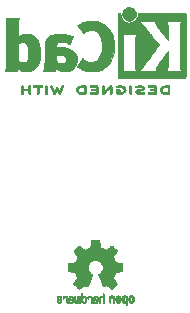
<source format=gbr>
%TF.GenerationSoftware,KiCad,Pcbnew,9.0.4*%
%TF.CreationDate,2025-09-28T14:02:47+03:00*%
%TF.ProjectId,Project_MP2494,50726f6a-6563-4745-9f4d-50323439342e,1.0*%
%TF.SameCoordinates,Original*%
%TF.FileFunction,Legend,Bot*%
%TF.FilePolarity,Positive*%
%FSLAX46Y46*%
G04 Gerber Fmt 4.6, Leading zero omitted, Abs format (unit mm)*
G04 Created by KiCad (PCBNEW 9.0.4) date 2025-09-28 14:02:47*
%MOMM*%
%LPD*%
G01*
G04 APERTURE LIST*
G04 Aperture macros list*
%AMRoundRect*
0 Rectangle with rounded corners*
0 $1 Rounding radius*
0 $2 $3 $4 $5 $6 $7 $8 $9 X,Y pos of 4 corners*
0 Add a 4 corners polygon primitive as box body*
4,1,4,$2,$3,$4,$5,$6,$7,$8,$9,$2,$3,0*
0 Add four circle primitives for the rounded corners*
1,1,$1+$1,$2,$3*
1,1,$1+$1,$4,$5*
1,1,$1+$1,$6,$7*
1,1,$1+$1,$8,$9*
0 Add four rect primitives between the rounded corners*
20,1,$1+$1,$2,$3,$4,$5,0*
20,1,$1+$1,$4,$5,$6,$7,0*
20,1,$1+$1,$6,$7,$8,$9,0*
20,1,$1+$1,$8,$9,$2,$3,0*%
G04 Aperture macros list end*
%ADD10C,0.010000*%
%ADD11O,2.604000X1.404000*%
%ADD12RoundRect,0.102000X1.858000X-1.858000X1.858000X1.858000X-1.858000X1.858000X-1.858000X-1.858000X0*%
%ADD13C,3.920000*%
%ADD14O,1.701800X1.092200*%
G04 APERTURE END LIST*
D10*
%TO.C,REF\u002A\u002A*%
X139482829Y-120451097D02*
X139542753Y-120473355D01*
X139567673Y-120490080D01*
X139592910Y-120514043D01*
X139610912Y-120544526D01*
X139622858Y-120586023D01*
X139629930Y-120643032D01*
X139633308Y-120720047D01*
X139634171Y-120821565D01*
X139634002Y-120874027D01*
X139633153Y-120945715D01*
X139631711Y-121002925D01*
X139629814Y-121040809D01*
X139627597Y-121054514D01*
X139613172Y-121049981D01*
X139584054Y-121037670D01*
X139583181Y-121037272D01*
X139568060Y-121029356D01*
X139557891Y-121018495D01*
X139551691Y-120999471D01*
X139548478Y-120967069D01*
X139547270Y-120916071D01*
X139547086Y-120841261D01*
X139546714Y-120793804D01*
X139542750Y-120704615D01*
X139533673Y-120639287D01*
X139518524Y-120594393D01*
X139496345Y-120566507D01*
X139466175Y-120552203D01*
X139461990Y-120551206D01*
X139405480Y-120550427D01*
X139361410Y-120575744D01*
X139330972Y-120626502D01*
X139325544Y-120641175D01*
X139313171Y-120673649D01*
X139306905Y-120688572D01*
X139294036Y-120686516D01*
X139265933Y-120675357D01*
X139239721Y-120656927D01*
X139227771Y-120622098D01*
X139231336Y-120597151D01*
X139253235Y-120546547D01*
X139288644Y-120499128D01*
X139330052Y-120466334D01*
X139347400Y-120458752D01*
X139413089Y-120446076D01*
X139482829Y-120451097D01*
G36*
X139482829Y-120451097D02*
G01*
X139542753Y-120473355D01*
X139567673Y-120490080D01*
X139592910Y-120514043D01*
X139610912Y-120544526D01*
X139622858Y-120586023D01*
X139629930Y-120643032D01*
X139633308Y-120720047D01*
X139634171Y-120821565D01*
X139634002Y-120874027D01*
X139633153Y-120945715D01*
X139631711Y-121002925D01*
X139629814Y-121040809D01*
X139627597Y-121054514D01*
X139613172Y-121049981D01*
X139584054Y-121037670D01*
X139583181Y-121037272D01*
X139568060Y-121029356D01*
X139557891Y-121018495D01*
X139551691Y-120999471D01*
X139548478Y-120967069D01*
X139547270Y-120916071D01*
X139547086Y-120841261D01*
X139546714Y-120793804D01*
X139542750Y-120704615D01*
X139533673Y-120639287D01*
X139518524Y-120594393D01*
X139496345Y-120566507D01*
X139466175Y-120552203D01*
X139461990Y-120551206D01*
X139405480Y-120550427D01*
X139361410Y-120575744D01*
X139330972Y-120626502D01*
X139325544Y-120641175D01*
X139313171Y-120673649D01*
X139306905Y-120688572D01*
X139294036Y-120686516D01*
X139265933Y-120675357D01*
X139239721Y-120656927D01*
X139227771Y-120622098D01*
X139231336Y-120597151D01*
X139253235Y-120546547D01*
X139288644Y-120499128D01*
X139330052Y-120466334D01*
X139347400Y-120458752D01*
X139413089Y-120446076D01*
X139482829Y-120451097D01*
G37*
X143431020Y-120417822D02*
X143498810Y-120449680D01*
X143554366Y-120504770D01*
X143565881Y-120522016D01*
X143575432Y-120541562D01*
X143582206Y-120566198D01*
X143586819Y-120600711D01*
X143589888Y-120649889D01*
X143592029Y-120718519D01*
X143593859Y-120811389D01*
X143598404Y-121069007D01*
X143560225Y-121054491D01*
X143525268Y-121041156D01*
X143499097Y-121028323D01*
X143482013Y-121011780D01*
X143472086Y-120986465D01*
X143467386Y-120947316D01*
X143465982Y-120889268D01*
X143465943Y-120807261D01*
X143465744Y-120741895D01*
X143464559Y-120679173D01*
X143461729Y-120636334D01*
X143456609Y-120608220D01*
X143448553Y-120589675D01*
X143436914Y-120575543D01*
X143408303Y-120555600D01*
X143360239Y-120548083D01*
X143312688Y-120567079D01*
X143309550Y-120569511D01*
X143299769Y-120580748D01*
X143292553Y-120598770D01*
X143287299Y-120628026D01*
X143283402Y-120672962D01*
X143280256Y-120738028D01*
X143277257Y-120827670D01*
X143270000Y-121067697D01*
X143208314Y-121040044D01*
X143146629Y-121012391D01*
X143146629Y-120793246D01*
X143146884Y-120733711D01*
X143149086Y-120650892D01*
X143154661Y-120589227D01*
X143164941Y-120543748D01*
X143181258Y-120509484D01*
X143204943Y-120481466D01*
X143237328Y-120454723D01*
X143283907Y-120427780D01*
X143357287Y-120410191D01*
X143431020Y-120417822D01*
G36*
X143431020Y-120417822D02*
G01*
X143498810Y-120449680D01*
X143554366Y-120504770D01*
X143565881Y-120522016D01*
X143575432Y-120541562D01*
X143582206Y-120566198D01*
X143586819Y-120600711D01*
X143589888Y-120649889D01*
X143592029Y-120718519D01*
X143593859Y-120811389D01*
X143598404Y-121069007D01*
X143560225Y-121054491D01*
X143525268Y-121041156D01*
X143499097Y-121028323D01*
X143482013Y-121011780D01*
X143472086Y-120986465D01*
X143467386Y-120947316D01*
X143465982Y-120889268D01*
X143465943Y-120807261D01*
X143465744Y-120741895D01*
X143464559Y-120679173D01*
X143461729Y-120636334D01*
X143456609Y-120608220D01*
X143448553Y-120589675D01*
X143436914Y-120575543D01*
X143408303Y-120555600D01*
X143360239Y-120548083D01*
X143312688Y-120567079D01*
X143309550Y-120569511D01*
X143299769Y-120580748D01*
X143292553Y-120598770D01*
X143287299Y-120628026D01*
X143283402Y-120672962D01*
X143280256Y-120738028D01*
X143277257Y-120827670D01*
X143270000Y-121067697D01*
X143208314Y-121040044D01*
X143146629Y-121012391D01*
X143146629Y-120793246D01*
X143146884Y-120733711D01*
X143149086Y-120650892D01*
X143154661Y-120589227D01*
X143164941Y-120543748D01*
X143181258Y-120509484D01*
X143204943Y-120481466D01*
X143237328Y-120454723D01*
X143283907Y-120427780D01*
X143357287Y-120410191D01*
X143431020Y-120417822D01*
G37*
X141607691Y-120466467D02*
X141612273Y-120469003D01*
X141649704Y-120498057D01*
X141683170Y-120535410D01*
X141689007Y-120543852D01*
X141700165Y-120563553D01*
X141708136Y-120586935D01*
X141713618Y-120619067D01*
X141717307Y-120665019D01*
X141719899Y-120729859D01*
X141722092Y-120818657D01*
X141722402Y-120833669D01*
X141723400Y-120930999D01*
X141721994Y-120999934D01*
X141718164Y-121040948D01*
X141711889Y-121054514D01*
X141692898Y-121050452D01*
X141660638Y-121038144D01*
X141653041Y-121034545D01*
X141641176Y-121026398D01*
X141632994Y-121013004D01*
X141627643Y-120989608D01*
X141624269Y-120951455D01*
X141622019Y-120893790D01*
X141620040Y-120811857D01*
X141619498Y-120787907D01*
X141617403Y-120712266D01*
X141614683Y-120659328D01*
X141610515Y-120624075D01*
X141604079Y-120601487D01*
X141594550Y-120586544D01*
X141581106Y-120574227D01*
X141541305Y-120552634D01*
X141492341Y-120548476D01*
X141448529Y-120564999D01*
X141417008Y-120599210D01*
X141404914Y-120648114D01*
X141404578Y-120661407D01*
X141397972Y-120685472D01*
X141378470Y-120689144D01*
X141340283Y-120674813D01*
X141331438Y-120670217D01*
X141307534Y-120643186D01*
X141307061Y-120602994D01*
X141329836Y-120547409D01*
X141350727Y-120517117D01*
X141404142Y-120474084D01*
X141470074Y-120449755D01*
X141540574Y-120446443D01*
X141607691Y-120466467D01*
G36*
X141607691Y-120466467D02*
G01*
X141612273Y-120469003D01*
X141649704Y-120498057D01*
X141683170Y-120535410D01*
X141689007Y-120543852D01*
X141700165Y-120563553D01*
X141708136Y-120586935D01*
X141713618Y-120619067D01*
X141717307Y-120665019D01*
X141719899Y-120729859D01*
X141722092Y-120818657D01*
X141722402Y-120833669D01*
X141723400Y-120930999D01*
X141721994Y-120999934D01*
X141718164Y-121040948D01*
X141711889Y-121054514D01*
X141692898Y-121050452D01*
X141660638Y-121038144D01*
X141653041Y-121034545D01*
X141641176Y-121026398D01*
X141632994Y-121013004D01*
X141627643Y-120989608D01*
X141624269Y-120951455D01*
X141622019Y-120893790D01*
X141620040Y-120811857D01*
X141619498Y-120787907D01*
X141617403Y-120712266D01*
X141614683Y-120659328D01*
X141610515Y-120624075D01*
X141604079Y-120601487D01*
X141594550Y-120586544D01*
X141581106Y-120574227D01*
X141541305Y-120552634D01*
X141492341Y-120548476D01*
X141448529Y-120564999D01*
X141417008Y-120599210D01*
X141404914Y-120648114D01*
X141404578Y-120661407D01*
X141397972Y-120685472D01*
X141378470Y-120689144D01*
X141340283Y-120674813D01*
X141331438Y-120670217D01*
X141307534Y-120643186D01*
X141307061Y-120602994D01*
X141329836Y-120547409D01*
X141350727Y-120517117D01*
X141404142Y-120474084D01*
X141470074Y-120449755D01*
X141540574Y-120446443D01*
X141607691Y-120466467D01*
G37*
X140653941Y-120449282D02*
X140685774Y-120461758D01*
X140722743Y-120478602D01*
X140722743Y-120965196D01*
X140676812Y-121011127D01*
X140666320Y-121021427D01*
X140637255Y-121044320D01*
X140607943Y-121051735D01*
X140564326Y-121048321D01*
X140546568Y-121046114D01*
X140500767Y-121041445D01*
X140468743Y-121039585D01*
X140459244Y-121039869D01*
X140420274Y-121042948D01*
X140373160Y-121048321D01*
X140358085Y-121050168D01*
X140320110Y-121050893D01*
X140292325Y-121039429D01*
X140260674Y-121011127D01*
X140214743Y-120965196D01*
X140214743Y-120705055D01*
X140215101Y-120628180D01*
X140216216Y-120554886D01*
X140217952Y-120496850D01*
X140220167Y-120458663D01*
X140222721Y-120444914D01*
X140223256Y-120444951D01*
X140241808Y-120451793D01*
X140273153Y-120466868D01*
X140315608Y-120488822D01*
X140319604Y-120717240D01*
X140323600Y-120945657D01*
X140410686Y-120945657D01*
X140414657Y-120695286D01*
X140415916Y-120627227D01*
X140417718Y-120554482D01*
X140419671Y-120496730D01*
X140421612Y-120458648D01*
X140423377Y-120444914D01*
X140423885Y-120444962D01*
X140441482Y-120450015D01*
X140473834Y-120460849D01*
X140519543Y-120476783D01*
X140519765Y-120696706D01*
X140519988Y-120734909D01*
X140521531Y-120809146D01*
X140524292Y-120871145D01*
X140527977Y-120915308D01*
X140532292Y-120936041D01*
X140547732Y-120947131D01*
X140579241Y-120950556D01*
X140613886Y-120945657D01*
X140617857Y-120695286D01*
X140619278Y-120631663D01*
X140622225Y-120556356D01*
X140626079Y-120497286D01*
X140630542Y-120458718D01*
X140635317Y-120444914D01*
X140653941Y-120449282D01*
G36*
X140653941Y-120449282D02*
G01*
X140685774Y-120461758D01*
X140722743Y-120478602D01*
X140722743Y-120965196D01*
X140676812Y-121011127D01*
X140666320Y-121021427D01*
X140637255Y-121044320D01*
X140607943Y-121051735D01*
X140564326Y-121048321D01*
X140546568Y-121046114D01*
X140500767Y-121041445D01*
X140468743Y-121039585D01*
X140459244Y-121039869D01*
X140420274Y-121042948D01*
X140373160Y-121048321D01*
X140358085Y-121050168D01*
X140320110Y-121050893D01*
X140292325Y-121039429D01*
X140260674Y-121011127D01*
X140214743Y-120965196D01*
X140214743Y-120705055D01*
X140215101Y-120628180D01*
X140216216Y-120554886D01*
X140217952Y-120496850D01*
X140220167Y-120458663D01*
X140222721Y-120444914D01*
X140223256Y-120444951D01*
X140241808Y-120451793D01*
X140273153Y-120466868D01*
X140315608Y-120488822D01*
X140319604Y-120717240D01*
X140323600Y-120945657D01*
X140410686Y-120945657D01*
X140414657Y-120695286D01*
X140415916Y-120627227D01*
X140417718Y-120554482D01*
X140419671Y-120496730D01*
X140421612Y-120458648D01*
X140423377Y-120444914D01*
X140423885Y-120444962D01*
X140441482Y-120450015D01*
X140473834Y-120460849D01*
X140519543Y-120476783D01*
X140519765Y-120696706D01*
X140519988Y-120734909D01*
X140521531Y-120809146D01*
X140524292Y-120871145D01*
X140527977Y-120915308D01*
X140532292Y-120936041D01*
X140547732Y-120947131D01*
X140579241Y-120950556D01*
X140613886Y-120945657D01*
X140617857Y-120695286D01*
X140619278Y-120631663D01*
X140622225Y-120556356D01*
X140626079Y-120497286D01*
X140630542Y-120458718D01*
X140635317Y-120444914D01*
X140653941Y-120449282D01*
G37*
X142678543Y-120249444D02*
X142725714Y-120269342D01*
X142725714Y-120666509D01*
X142725519Y-120769498D01*
X142724998Y-120862141D01*
X142724199Y-120940700D01*
X142723172Y-121001439D01*
X142721963Y-121040623D01*
X142720623Y-121054514D01*
X142720099Y-121054468D01*
X142702287Y-121049420D01*
X142669823Y-121038580D01*
X142624114Y-121022646D01*
X142624114Y-120818173D01*
X142623824Y-120737832D01*
X142622474Y-120679562D01*
X142619369Y-120639909D01*
X142613812Y-120613618D01*
X142605107Y-120595436D01*
X142592556Y-120580107D01*
X142583999Y-120571955D01*
X142537728Y-120549375D01*
X142486728Y-120551375D01*
X142439993Y-120578073D01*
X142433189Y-120584698D01*
X142422293Y-120598456D01*
X142414836Y-120616642D01*
X142410169Y-120644177D01*
X142407642Y-120685981D01*
X142406602Y-120746973D01*
X142406400Y-120832073D01*
X142406303Y-120875234D01*
X142405674Y-120946224D01*
X142404556Y-121003076D01*
X142403063Y-121040828D01*
X142401309Y-121054514D01*
X142400785Y-121054468D01*
X142382973Y-121049420D01*
X142350509Y-121038580D01*
X142304800Y-121022646D01*
X142304823Y-120817237D01*
X142304857Y-120798951D01*
X142306778Y-120703626D01*
X142312678Y-120631543D01*
X142324001Y-120577813D01*
X142342187Y-120537549D01*
X142368679Y-120505861D01*
X142404918Y-120477861D01*
X142440263Y-120460333D01*
X142496773Y-120446785D01*
X142552356Y-120446015D01*
X142595086Y-120459195D01*
X142598298Y-120461015D01*
X142608205Y-120460820D01*
X142614975Y-120445572D01*
X142619861Y-120410613D01*
X142624114Y-120351289D01*
X142631371Y-120229547D01*
X142678543Y-120249444D01*
G36*
X142678543Y-120249444D02*
G01*
X142725714Y-120269342D01*
X142725714Y-120666509D01*
X142725519Y-120769498D01*
X142724998Y-120862141D01*
X142724199Y-120940700D01*
X142723172Y-121001439D01*
X142721963Y-121040623D01*
X142720623Y-121054514D01*
X142720099Y-121054468D01*
X142702287Y-121049420D01*
X142669823Y-121038580D01*
X142624114Y-121022646D01*
X142624114Y-120818173D01*
X142623824Y-120737832D01*
X142622474Y-120679562D01*
X142619369Y-120639909D01*
X142613812Y-120613618D01*
X142605107Y-120595436D01*
X142592556Y-120580107D01*
X142583999Y-120571955D01*
X142537728Y-120549375D01*
X142486728Y-120551375D01*
X142439993Y-120578073D01*
X142433189Y-120584698D01*
X142422293Y-120598456D01*
X142414836Y-120616642D01*
X142410169Y-120644177D01*
X142407642Y-120685981D01*
X142406602Y-120746973D01*
X142406400Y-120832073D01*
X142406303Y-120875234D01*
X142405674Y-120946224D01*
X142404556Y-121003076D01*
X142403063Y-121040828D01*
X142401309Y-121054514D01*
X142400785Y-121054468D01*
X142382973Y-121049420D01*
X142350509Y-121038580D01*
X142304800Y-121022646D01*
X142304823Y-120817237D01*
X142304857Y-120798951D01*
X142306778Y-120703626D01*
X142312678Y-120631543D01*
X142324001Y-120577813D01*
X142342187Y-120537549D01*
X142368679Y-120505861D01*
X142404918Y-120477861D01*
X142440263Y-120460333D01*
X142496773Y-120446785D01*
X142552356Y-120446015D01*
X142595086Y-120459195D01*
X142598298Y-120461015D01*
X142608205Y-120460820D01*
X142614975Y-120445572D01*
X142619861Y-120410613D01*
X142624114Y-120351289D01*
X142631371Y-120229547D01*
X142678543Y-120249444D01*
G37*
X145265714Y-120735200D02*
X145265701Y-120750935D01*
X145264914Y-120821119D01*
X145262210Y-120870022D01*
X145256606Y-120904178D01*
X145247119Y-120930124D01*
X145232768Y-120954397D01*
X145229237Y-120959433D01*
X145191878Y-120999143D01*
X145149311Y-121029092D01*
X145127452Y-121038810D01*
X145048908Y-121055020D01*
X144971231Y-121044535D01*
X144899645Y-121008707D01*
X144839374Y-120948887D01*
X144834286Y-120940873D01*
X144817730Y-120894342D01*
X144806573Y-120829552D01*
X144801160Y-120754727D01*
X144801768Y-120685513D01*
X144948248Y-120685513D01*
X144949402Y-120781399D01*
X144949866Y-120787569D01*
X144956629Y-120840478D01*
X144968671Y-120874029D01*
X144989005Y-120897016D01*
X145023097Y-120918548D01*
X145056814Y-120919680D01*
X145091543Y-120894857D01*
X145097584Y-120888325D01*
X145109417Y-120868779D01*
X145116404Y-120840386D01*
X145119727Y-120796430D01*
X145120571Y-120730192D01*
X145119125Y-120668150D01*
X145111907Y-120609042D01*
X145097006Y-120571686D01*
X145072636Y-120552152D01*
X145037008Y-120546514D01*
X145023440Y-120547635D01*
X144985430Y-120568194D01*
X144960312Y-120614299D01*
X144948248Y-120685513D01*
X144801768Y-120685513D01*
X144801833Y-120678096D01*
X144808937Y-120607882D01*
X144822815Y-120552312D01*
X144840649Y-120515301D01*
X144890855Y-120457733D01*
X144958885Y-120421962D01*
X145042158Y-120409665D01*
X145064398Y-120410331D01*
X145129891Y-120423947D01*
X145183687Y-120458249D01*
X145233057Y-120517338D01*
X145235995Y-120521722D01*
X145249287Y-120545299D01*
X145257932Y-120571949D01*
X145262904Y-120608159D01*
X145265174Y-120660413D01*
X145265678Y-120730192D01*
X145265714Y-120735200D01*
G36*
X145265714Y-120735200D02*
G01*
X145265701Y-120750935D01*
X145264914Y-120821119D01*
X145262210Y-120870022D01*
X145256606Y-120904178D01*
X145247119Y-120930124D01*
X145232768Y-120954397D01*
X145229237Y-120959433D01*
X145191878Y-120999143D01*
X145149311Y-121029092D01*
X145127452Y-121038810D01*
X145048908Y-121055020D01*
X144971231Y-121044535D01*
X144899645Y-121008707D01*
X144839374Y-120948887D01*
X144834286Y-120940873D01*
X144817730Y-120894342D01*
X144806573Y-120829552D01*
X144801160Y-120754727D01*
X144801768Y-120685513D01*
X144948248Y-120685513D01*
X144949402Y-120781399D01*
X144949866Y-120787569D01*
X144956629Y-120840478D01*
X144968671Y-120874029D01*
X144989005Y-120897016D01*
X145023097Y-120918548D01*
X145056814Y-120919680D01*
X145091543Y-120894857D01*
X145097584Y-120888325D01*
X145109417Y-120868779D01*
X145116404Y-120840386D01*
X145119727Y-120796430D01*
X145120571Y-120730192D01*
X145119125Y-120668150D01*
X145111907Y-120609042D01*
X145097006Y-120571686D01*
X145072636Y-120552152D01*
X145037008Y-120546514D01*
X145023440Y-120547635D01*
X144985430Y-120568194D01*
X144960312Y-120614299D01*
X144948248Y-120685513D01*
X144801768Y-120685513D01*
X144801833Y-120678096D01*
X144808937Y-120607882D01*
X144822815Y-120552312D01*
X144840649Y-120515301D01*
X144890855Y-120457733D01*
X144958885Y-120421962D01*
X145042158Y-120409665D01*
X145064398Y-120410331D01*
X145129891Y-120423947D01*
X145183687Y-120458249D01*
X145233057Y-120517338D01*
X145235995Y-120521722D01*
X145249287Y-120545299D01*
X145257932Y-120571949D01*
X145262904Y-120608159D01*
X145265174Y-120660413D01*
X145265678Y-120730192D01*
X145265714Y-120735200D01*
G37*
X139140590Y-120752622D02*
X139140307Y-120791305D01*
X139136762Y-120867521D01*
X139127483Y-120923294D01*
X139110375Y-120964613D01*
X139083344Y-120997467D01*
X139044292Y-121027846D01*
X139019445Y-121041660D01*
X138979615Y-121050965D01*
X138923665Y-121050230D01*
X138892385Y-121047283D01*
X138854653Y-121038283D01*
X138824494Y-121018720D01*
X138789408Y-120982267D01*
X138784720Y-120976943D01*
X138753177Y-120935969D01*
X138738128Y-120900283D01*
X138734286Y-120857966D01*
X138734286Y-120795779D01*
X138777742Y-120812182D01*
X138809424Y-120831356D01*
X138836962Y-120876347D01*
X138842711Y-120890752D01*
X138874855Y-120931546D01*
X138918611Y-120952081D01*
X138966254Y-120950235D01*
X139010057Y-120923886D01*
X139025111Y-120907455D01*
X139038763Y-120882667D01*
X139034493Y-120860144D01*
X139009916Y-120836964D01*
X138962651Y-120810202D01*
X138890314Y-120776934D01*
X138741543Y-120711816D01*
X138737595Y-120647308D01*
X138739079Y-120606220D01*
X138836010Y-120606220D01*
X138843368Y-120631657D01*
X138876848Y-120658814D01*
X138937614Y-120689714D01*
X138947669Y-120694190D01*
X138995751Y-120715017D01*
X139031726Y-120729665D01*
X139048444Y-120735200D01*
X139050977Y-120731126D01*
X139051993Y-120706247D01*
X139048369Y-120666257D01*
X139039242Y-120627152D01*
X139010773Y-120577884D01*
X138969678Y-120550122D01*
X138920590Y-120546364D01*
X138868144Y-120569109D01*
X138853609Y-120580481D01*
X138836010Y-120606220D01*
X138739079Y-120606220D01*
X138739338Y-120599064D01*
X138761281Y-120538096D01*
X138788979Y-120504497D01*
X138846405Y-120466966D01*
X138914527Y-120448006D01*
X138984947Y-120449507D01*
X139049267Y-120473355D01*
X139063426Y-120482513D01*
X139095904Y-120510849D01*
X139118116Y-120546695D01*
X139131804Y-120595384D01*
X139138715Y-120662249D01*
X139139628Y-120706247D01*
X139140590Y-120752622D01*
G36*
X139140590Y-120752622D02*
G01*
X139140307Y-120791305D01*
X139136762Y-120867521D01*
X139127483Y-120923294D01*
X139110375Y-120964613D01*
X139083344Y-120997467D01*
X139044292Y-121027846D01*
X139019445Y-121041660D01*
X138979615Y-121050965D01*
X138923665Y-121050230D01*
X138892385Y-121047283D01*
X138854653Y-121038283D01*
X138824494Y-121018720D01*
X138789408Y-120982267D01*
X138784720Y-120976943D01*
X138753177Y-120935969D01*
X138738128Y-120900283D01*
X138734286Y-120857966D01*
X138734286Y-120795779D01*
X138777742Y-120812182D01*
X138809424Y-120831356D01*
X138836962Y-120876347D01*
X138842711Y-120890752D01*
X138874855Y-120931546D01*
X138918611Y-120952081D01*
X138966254Y-120950235D01*
X139010057Y-120923886D01*
X139025111Y-120907455D01*
X139038763Y-120882667D01*
X139034493Y-120860144D01*
X139009916Y-120836964D01*
X138962651Y-120810202D01*
X138890314Y-120776934D01*
X138741543Y-120711816D01*
X138737595Y-120647308D01*
X138739079Y-120606220D01*
X138836010Y-120606220D01*
X138843368Y-120631657D01*
X138876848Y-120658814D01*
X138937614Y-120689714D01*
X138947669Y-120694190D01*
X138995751Y-120715017D01*
X139031726Y-120729665D01*
X139048444Y-120735200D01*
X139050977Y-120731126D01*
X139051993Y-120706247D01*
X139048369Y-120666257D01*
X139039242Y-120627152D01*
X139010773Y-120577884D01*
X138969678Y-120550122D01*
X138920590Y-120546364D01*
X138868144Y-120569109D01*
X138853609Y-120580481D01*
X138836010Y-120606220D01*
X138739079Y-120606220D01*
X138739338Y-120599064D01*
X138761281Y-120538096D01*
X138788979Y-120504497D01*
X138846405Y-120466966D01*
X138914527Y-120448006D01*
X138984947Y-120449507D01*
X139049267Y-120473355D01*
X139063426Y-120482513D01*
X139095904Y-120510849D01*
X139118116Y-120546695D01*
X139131804Y-120595384D01*
X139138715Y-120662249D01*
X139139628Y-120706247D01*
X139140590Y-120752622D01*
G37*
X141230698Y-120749714D02*
X141229537Y-120806313D01*
X141221345Y-120883462D01*
X141203519Y-120941276D01*
X141173975Y-120985422D01*
X141130625Y-121021568D01*
X141089332Y-121042463D01*
X141019987Y-121054090D01*
X140950736Y-121041377D01*
X140888145Y-121005945D01*
X140838779Y-120949418D01*
X140832818Y-120938995D01*
X140824945Y-120920733D01*
X140819106Y-120897429D01*
X140814999Y-120865085D01*
X140812325Y-120819704D01*
X140810781Y-120757287D01*
X140810734Y-120751748D01*
X140911429Y-120751748D01*
X140911772Y-120804577D01*
X140913942Y-120852362D01*
X140919307Y-120883209D01*
X140929217Y-120903935D01*
X140945021Y-120921356D01*
X140948724Y-120924705D01*
X140996299Y-120949419D01*
X141046635Y-120946890D01*
X141093517Y-120917288D01*
X141107477Y-120901953D01*
X141119160Y-120881622D01*
X141125686Y-120853514D01*
X141128524Y-120810550D01*
X141129143Y-120745647D01*
X141128837Y-120696122D01*
X141126722Y-120647782D01*
X141121390Y-120616587D01*
X141111460Y-120595647D01*
X141095550Y-120578073D01*
X141086204Y-120570159D01*
X141037776Y-120548843D01*
X140987040Y-120552198D01*
X140942987Y-120580107D01*
X140933504Y-120591173D01*
X140921939Y-120612009D01*
X140915252Y-120641106D01*
X140912173Y-120685381D01*
X140911429Y-120751748D01*
X140810734Y-120751748D01*
X140810067Y-120673837D01*
X140809883Y-120565358D01*
X140809829Y-120228601D01*
X140857000Y-120248362D01*
X140869472Y-120253770D01*
X140889324Y-120265985D01*
X140900687Y-120284482D01*
X140906933Y-120316829D01*
X140911429Y-120370593D01*
X140915535Y-120418866D01*
X140920963Y-120450557D01*
X140928739Y-120462383D01*
X140940457Y-120459212D01*
X140970318Y-120448067D01*
X141023684Y-120445304D01*
X141081093Y-120455625D01*
X141130625Y-120477861D01*
X141157876Y-120498443D01*
X141192865Y-120538600D01*
X141215274Y-120590086D01*
X141227190Y-120658568D01*
X141230542Y-120745647D01*
X141230698Y-120749714D01*
G36*
X141230698Y-120749714D02*
G01*
X141229537Y-120806313D01*
X141221345Y-120883462D01*
X141203519Y-120941276D01*
X141173975Y-120985422D01*
X141130625Y-121021568D01*
X141089332Y-121042463D01*
X141019987Y-121054090D01*
X140950736Y-121041377D01*
X140888145Y-121005945D01*
X140838779Y-120949418D01*
X140832818Y-120938995D01*
X140824945Y-120920733D01*
X140819106Y-120897429D01*
X140814999Y-120865085D01*
X140812325Y-120819704D01*
X140810781Y-120757287D01*
X140810734Y-120751748D01*
X140911429Y-120751748D01*
X140911772Y-120804577D01*
X140913942Y-120852362D01*
X140919307Y-120883209D01*
X140929217Y-120903935D01*
X140945021Y-120921356D01*
X140948724Y-120924705D01*
X140996299Y-120949419D01*
X141046635Y-120946890D01*
X141093517Y-120917288D01*
X141107477Y-120901953D01*
X141119160Y-120881622D01*
X141125686Y-120853514D01*
X141128524Y-120810550D01*
X141129143Y-120745647D01*
X141128837Y-120696122D01*
X141126722Y-120647782D01*
X141121390Y-120616587D01*
X141111460Y-120595647D01*
X141095550Y-120578073D01*
X141086204Y-120570159D01*
X141037776Y-120548843D01*
X140987040Y-120552198D01*
X140942987Y-120580107D01*
X140933504Y-120591173D01*
X140921939Y-120612009D01*
X140915252Y-120641106D01*
X140912173Y-120685381D01*
X140911429Y-120751748D01*
X140810734Y-120751748D01*
X140810067Y-120673837D01*
X140809883Y-120565358D01*
X140809829Y-120228601D01*
X140857000Y-120248362D01*
X140869472Y-120253770D01*
X140889324Y-120265985D01*
X140900687Y-120284482D01*
X140906933Y-120316829D01*
X140911429Y-120370593D01*
X140915535Y-120418866D01*
X140920963Y-120450557D01*
X140928739Y-120462383D01*
X140940457Y-120459212D01*
X140970318Y-120448067D01*
X141023684Y-120445304D01*
X141081093Y-120455625D01*
X141130625Y-120477861D01*
X141157876Y-120498443D01*
X141192865Y-120538600D01*
X141215274Y-120590086D01*
X141227190Y-120658568D01*
X141230542Y-120745647D01*
X141230698Y-120749714D01*
G37*
X144162299Y-120694055D02*
X144157684Y-120804078D01*
X144155078Y-120827387D01*
X144135660Y-120910352D01*
X144100573Y-120973448D01*
X144047212Y-121021808D01*
X144044196Y-121023804D01*
X143976362Y-121052185D01*
X143905535Y-121054711D01*
X143837289Y-121033097D01*
X143777196Y-120989062D01*
X143730829Y-120924322D01*
X143730050Y-120922761D01*
X143714643Y-120882558D01*
X143703357Y-120836866D01*
X143697370Y-120793972D01*
X143697861Y-120762160D01*
X143706007Y-120749714D01*
X143713244Y-120750471D01*
X143747851Y-120764235D01*
X143787078Y-120789546D01*
X143820448Y-120818845D01*
X143837483Y-120844572D01*
X143855192Y-120879471D01*
X143891485Y-120911212D01*
X143933630Y-120923886D01*
X143949077Y-120920221D01*
X143979569Y-120901774D01*
X144006128Y-120876166D01*
X144017486Y-120852934D01*
X144017482Y-120852848D01*
X144004596Y-120842179D01*
X143970241Y-120822933D01*
X143919593Y-120797813D01*
X143857829Y-120769524D01*
X143857489Y-120769374D01*
X143790388Y-120739498D01*
X143745411Y-120717973D01*
X143718145Y-120701437D01*
X143704178Y-120686531D01*
X143699097Y-120669893D01*
X143698490Y-120648162D01*
X143702712Y-120607013D01*
X143846000Y-120607013D01*
X143860791Y-120619949D01*
X143897644Y-120639333D01*
X143898725Y-120639881D01*
X143942205Y-120660587D01*
X143981102Y-120677105D01*
X144005778Y-120684093D01*
X144015676Y-120674753D01*
X144017486Y-120642748D01*
X144009966Y-120602915D01*
X143983897Y-120566717D01*
X143946154Y-120547950D01*
X143904077Y-120549845D01*
X143865005Y-120575632D01*
X143849647Y-120593451D01*
X143846000Y-120607013D01*
X143702712Y-120607013D01*
X143703833Y-120596086D01*
X143730251Y-120525335D01*
X143774473Y-120469735D01*
X143831697Y-120431239D01*
X143897120Y-120411797D01*
X143965937Y-120413359D01*
X144033347Y-120437878D01*
X144094544Y-120487302D01*
X144128450Y-120536212D01*
X144152806Y-120606027D01*
X144156767Y-120642748D01*
X144162299Y-120694055D01*
G36*
X144162299Y-120694055D02*
G01*
X144157684Y-120804078D01*
X144155078Y-120827387D01*
X144135660Y-120910352D01*
X144100573Y-120973448D01*
X144047212Y-121021808D01*
X144044196Y-121023804D01*
X143976362Y-121052185D01*
X143905535Y-121054711D01*
X143837289Y-121033097D01*
X143777196Y-120989062D01*
X143730829Y-120924322D01*
X143730050Y-120922761D01*
X143714643Y-120882558D01*
X143703357Y-120836866D01*
X143697370Y-120793972D01*
X143697861Y-120762160D01*
X143706007Y-120749714D01*
X143713244Y-120750471D01*
X143747851Y-120764235D01*
X143787078Y-120789546D01*
X143820448Y-120818845D01*
X143837483Y-120844572D01*
X143855192Y-120879471D01*
X143891485Y-120911212D01*
X143933630Y-120923886D01*
X143949077Y-120920221D01*
X143979569Y-120901774D01*
X144006128Y-120876166D01*
X144017486Y-120852934D01*
X144017482Y-120852848D01*
X144004596Y-120842179D01*
X143970241Y-120822933D01*
X143919593Y-120797813D01*
X143857829Y-120769524D01*
X143857489Y-120769374D01*
X143790388Y-120739498D01*
X143745411Y-120717973D01*
X143718145Y-120701437D01*
X143704178Y-120686531D01*
X143699097Y-120669893D01*
X143698490Y-120648162D01*
X143702712Y-120607013D01*
X143846000Y-120607013D01*
X143860791Y-120619949D01*
X143897644Y-120639333D01*
X143898725Y-120639881D01*
X143942205Y-120660587D01*
X143981102Y-120677105D01*
X144005778Y-120684093D01*
X144015676Y-120674753D01*
X144017486Y-120642748D01*
X144009966Y-120602915D01*
X143983897Y-120566717D01*
X143946154Y-120547950D01*
X143904077Y-120549845D01*
X143865005Y-120575632D01*
X143849647Y-120593451D01*
X143846000Y-120607013D01*
X143702712Y-120607013D01*
X143703833Y-120596086D01*
X143730251Y-120525335D01*
X143774473Y-120469735D01*
X143831697Y-120431239D01*
X143897120Y-120411797D01*
X143965937Y-120413359D01*
X144033347Y-120437878D01*
X144094544Y-120487302D01*
X144128450Y-120536212D01*
X144152806Y-120606027D01*
X144156767Y-120642748D01*
X144162299Y-120694055D01*
G37*
X142089483Y-120460569D02*
X142139376Y-120489661D01*
X142161325Y-120512327D01*
X142203504Y-120580082D01*
X142217714Y-120653950D01*
X142217714Y-120704770D01*
X142170999Y-120685128D01*
X142138692Y-120665308D01*
X142113231Y-120624160D01*
X142110616Y-120615675D01*
X142082478Y-120572451D01*
X142040067Y-120549103D01*
X141991370Y-120548100D01*
X141944373Y-120571914D01*
X141937357Y-120578056D01*
X141913893Y-120604745D01*
X141910019Y-120628014D01*
X141927768Y-120650862D01*
X141969179Y-120676287D01*
X142036286Y-120707288D01*
X142040824Y-120709252D01*
X142115322Y-120743990D01*
X142166203Y-120774763D01*
X142197525Y-120805488D01*
X142213343Y-120840082D01*
X142217714Y-120882462D01*
X142211986Y-120929446D01*
X142183062Y-120989585D01*
X142132178Y-121032788D01*
X142095374Y-121045759D01*
X142043434Y-121052856D01*
X141992999Y-121051340D01*
X141956983Y-121040632D01*
X141953158Y-121037966D01*
X141942998Y-121019337D01*
X141950048Y-120986505D01*
X141962297Y-120960735D01*
X141981939Y-120950006D01*
X142019191Y-120950539D01*
X142070908Y-120947462D01*
X142104701Y-120926212D01*
X142116114Y-120886877D01*
X142116104Y-120885747D01*
X142109187Y-120862913D01*
X142085659Y-120841963D01*
X142039914Y-120817815D01*
X141977704Y-120788741D01*
X141936499Y-120772925D01*
X141912712Y-120773944D01*
X141901597Y-120794837D01*
X141898408Y-120838641D01*
X141898400Y-120908393D01*
X141898044Y-120951452D01*
X141896413Y-121004626D01*
X141893761Y-121041022D01*
X141890422Y-121054514D01*
X141889530Y-121054423D01*
X141870237Y-121047110D01*
X141838284Y-121031678D01*
X141794124Y-121008842D01*
X141799371Y-120803078D01*
X141799736Y-120789432D01*
X141803904Y-120693651D01*
X141811268Y-120621462D01*
X141823330Y-120568058D01*
X141841593Y-120528633D01*
X141867560Y-120498380D01*
X141902733Y-120472493D01*
X141903384Y-120472087D01*
X141960256Y-120450968D01*
X142026033Y-120447400D01*
X142089483Y-120460569D01*
G36*
X142089483Y-120460569D02*
G01*
X142139376Y-120489661D01*
X142161325Y-120512327D01*
X142203504Y-120580082D01*
X142217714Y-120653950D01*
X142217714Y-120704770D01*
X142170999Y-120685128D01*
X142138692Y-120665308D01*
X142113231Y-120624160D01*
X142110616Y-120615675D01*
X142082478Y-120572451D01*
X142040067Y-120549103D01*
X141991370Y-120548100D01*
X141944373Y-120571914D01*
X141937357Y-120578056D01*
X141913893Y-120604745D01*
X141910019Y-120628014D01*
X141927768Y-120650862D01*
X141969179Y-120676287D01*
X142036286Y-120707288D01*
X142040824Y-120709252D01*
X142115322Y-120743990D01*
X142166203Y-120774763D01*
X142197525Y-120805488D01*
X142213343Y-120840082D01*
X142217714Y-120882462D01*
X142211986Y-120929446D01*
X142183062Y-120989585D01*
X142132178Y-121032788D01*
X142095374Y-121045759D01*
X142043434Y-121052856D01*
X141992999Y-121051340D01*
X141956983Y-121040632D01*
X141953158Y-121037966D01*
X141942998Y-121019337D01*
X141950048Y-120986505D01*
X141962297Y-120960735D01*
X141981939Y-120950006D01*
X142019191Y-120950539D01*
X142070908Y-120947462D01*
X142104701Y-120926212D01*
X142116114Y-120886877D01*
X142116104Y-120885747D01*
X142109187Y-120862913D01*
X142085659Y-120841963D01*
X142039914Y-120817815D01*
X141977704Y-120788741D01*
X141936499Y-120772925D01*
X141912712Y-120773944D01*
X141901597Y-120794837D01*
X141898408Y-120838641D01*
X141898400Y-120908393D01*
X141898044Y-120951452D01*
X141896413Y-121004626D01*
X141893761Y-121041022D01*
X141890422Y-121054514D01*
X141889530Y-121054423D01*
X141870237Y-121047110D01*
X141838284Y-121031678D01*
X141794124Y-121008842D01*
X141799371Y-120803078D01*
X141799736Y-120789432D01*
X141803904Y-120693651D01*
X141811268Y-120621462D01*
X141823330Y-120568058D01*
X141841593Y-120528633D01*
X141867560Y-120498380D01*
X141902733Y-120472493D01*
X141903384Y-120472087D01*
X141960256Y-120450968D01*
X142026033Y-120447400D01*
X142089483Y-120460569D01*
G37*
X139967495Y-120446220D02*
X139998599Y-120454121D01*
X140027559Y-120473817D01*
X140064831Y-120510484D01*
X140088801Y-120536378D01*
X140113770Y-120569997D01*
X140125031Y-120601506D01*
X140127657Y-120641485D01*
X140127657Y-120706917D01*
X140083035Y-120683842D01*
X140047673Y-120655724D01*
X140023451Y-120617848D01*
X140019291Y-120607551D01*
X139987594Y-120567637D01*
X139943554Y-120547624D01*
X139895531Y-120549572D01*
X139851886Y-120575543D01*
X139833420Y-120596635D01*
X139822663Y-120623619D01*
X139834178Y-120647634D01*
X139869981Y-120671791D01*
X139932090Y-120699199D01*
X139941515Y-120702985D01*
X139998058Y-120727759D01*
X140046580Y-120752189D01*
X140077451Y-120771486D01*
X140108371Y-120805953D01*
X140128927Y-120860957D01*
X140126744Y-120919983D01*
X140102424Y-120975845D01*
X140056568Y-121021355D01*
X140019438Y-121040727D01*
X139947711Y-121054292D01*
X139907852Y-121052462D01*
X139870953Y-121042568D01*
X139856797Y-121021806D01*
X139862091Y-120987613D01*
X139863631Y-120983092D01*
X139875842Y-120959116D01*
X139896174Y-120950042D01*
X139934908Y-120950649D01*
X139962257Y-120951474D01*
X139994257Y-120944392D01*
X140016182Y-120923219D01*
X140028670Y-120897152D01*
X140030062Y-120869845D01*
X140029998Y-120869685D01*
X140013807Y-120854930D01*
X139979155Y-120833457D01*
X139934321Y-120809458D01*
X139887582Y-120787125D01*
X139847217Y-120770652D01*
X139821504Y-120764229D01*
X139817679Y-120770518D01*
X139812864Y-120800115D01*
X139809566Y-120848447D01*
X139808343Y-120909372D01*
X139808058Y-120951542D01*
X139806718Y-121004653D01*
X139804528Y-121041025D01*
X139801769Y-121054514D01*
X139787344Y-121049981D01*
X139758226Y-121037670D01*
X139721257Y-121020826D01*
X139721257Y-120804721D01*
X139721493Y-120749327D01*
X139723729Y-120665207D01*
X139729423Y-120602800D01*
X139739903Y-120557358D01*
X139756497Y-120524133D01*
X139780531Y-120498378D01*
X139813333Y-120475344D01*
X139855124Y-120456335D01*
X139932287Y-120444914D01*
X139967495Y-120446220D01*
G36*
X139967495Y-120446220D02*
G01*
X139998599Y-120454121D01*
X140027559Y-120473817D01*
X140064831Y-120510484D01*
X140088801Y-120536378D01*
X140113770Y-120569997D01*
X140125031Y-120601506D01*
X140127657Y-120641485D01*
X140127657Y-120706917D01*
X140083035Y-120683842D01*
X140047673Y-120655724D01*
X140023451Y-120617848D01*
X140019291Y-120607551D01*
X139987594Y-120567637D01*
X139943554Y-120547624D01*
X139895531Y-120549572D01*
X139851886Y-120575543D01*
X139833420Y-120596635D01*
X139822663Y-120623619D01*
X139834178Y-120647634D01*
X139869981Y-120671791D01*
X139932090Y-120699199D01*
X139941515Y-120702985D01*
X139998058Y-120727759D01*
X140046580Y-120752189D01*
X140077451Y-120771486D01*
X140108371Y-120805953D01*
X140128927Y-120860957D01*
X140126744Y-120919983D01*
X140102424Y-120975845D01*
X140056568Y-121021355D01*
X140019438Y-121040727D01*
X139947711Y-121054292D01*
X139907852Y-121052462D01*
X139870953Y-121042568D01*
X139856797Y-121021806D01*
X139862091Y-120987613D01*
X139863631Y-120983092D01*
X139875842Y-120959116D01*
X139896174Y-120950042D01*
X139934908Y-120950649D01*
X139962257Y-120951474D01*
X139994257Y-120944392D01*
X140016182Y-120923219D01*
X140028670Y-120897152D01*
X140030062Y-120869845D01*
X140029998Y-120869685D01*
X140013807Y-120854930D01*
X139979155Y-120833457D01*
X139934321Y-120809458D01*
X139887582Y-120787125D01*
X139847217Y-120770652D01*
X139821504Y-120764229D01*
X139817679Y-120770518D01*
X139812864Y-120800115D01*
X139809566Y-120848447D01*
X139808343Y-120909372D01*
X139808058Y-120951542D01*
X139806718Y-121004653D01*
X139804528Y-121041025D01*
X139801769Y-121054514D01*
X139787344Y-121049981D01*
X139758226Y-121037670D01*
X139721257Y-121020826D01*
X139721257Y-120804721D01*
X139721493Y-120749327D01*
X139723729Y-120665207D01*
X139729423Y-120602800D01*
X139739903Y-120557358D01*
X139756497Y-120524133D01*
X139780531Y-120498378D01*
X139813333Y-120475344D01*
X139855124Y-120456335D01*
X139932287Y-120444914D01*
X139967495Y-120446220D01*
G37*
X144709815Y-120801524D02*
X144711252Y-120913000D01*
X144711651Y-120945339D01*
X144712929Y-121053455D01*
X144713185Y-121136186D01*
X144711634Y-121196426D01*
X144707490Y-121237073D01*
X144699964Y-121261023D01*
X144688271Y-121271171D01*
X144671624Y-121270414D01*
X144649236Y-121261648D01*
X144620321Y-121247769D01*
X144614142Y-121244808D01*
X144588413Y-121230311D01*
X144574976Y-121213065D01*
X144569834Y-121184308D01*
X144568990Y-121135283D01*
X144568952Y-121047257D01*
X144478276Y-121047257D01*
X144422498Y-121044815D01*
X144378640Y-121034908D01*
X144342218Y-121014886D01*
X144339503Y-121012929D01*
X144302546Y-120979869D01*
X144276826Y-120939931D01*
X144260606Y-120887657D01*
X144252148Y-120817588D01*
X144250083Y-120738430D01*
X144394857Y-120738430D01*
X144394882Y-120751697D01*
X144396261Y-120811584D01*
X144400687Y-120850732D01*
X144409461Y-120876153D01*
X144423886Y-120894857D01*
X144424784Y-120895750D01*
X144460237Y-120919952D01*
X144494596Y-120917567D01*
X144533403Y-120888260D01*
X144542895Y-120878244D01*
X144556876Y-120857708D01*
X144564760Y-120830997D01*
X144568245Y-120790499D01*
X144569029Y-120728603D01*
X144568350Y-120691130D01*
X144560983Y-120622980D01*
X144544168Y-120578330D01*
X144516234Y-120553926D01*
X144475509Y-120546514D01*
X144458350Y-120548094D01*
X144428660Y-120563766D01*
X144409031Y-120598691D01*
X144398188Y-120655901D01*
X144394857Y-120738430D01*
X144250083Y-120738430D01*
X144249714Y-120724267D01*
X144250253Y-120656169D01*
X144252707Y-120604587D01*
X144258158Y-120568816D01*
X144267686Y-120542015D01*
X144282371Y-120517338D01*
X144295852Y-120498480D01*
X144344799Y-120447568D01*
X144400256Y-120419918D01*
X144469928Y-120411165D01*
X144549664Y-120419890D01*
X144618595Y-120451185D01*
X144673113Y-120506381D01*
X144677223Y-120512224D01*
X144686808Y-120527753D01*
X144694151Y-120545498D01*
X144699612Y-120569290D01*
X144703550Y-120602958D01*
X144706323Y-120650333D01*
X144708292Y-120715245D01*
X144708528Y-120728603D01*
X144709815Y-120801524D01*
G36*
X144709815Y-120801524D02*
G01*
X144711252Y-120913000D01*
X144711651Y-120945339D01*
X144712929Y-121053455D01*
X144713185Y-121136186D01*
X144711634Y-121196426D01*
X144707490Y-121237073D01*
X144699964Y-121261023D01*
X144688271Y-121271171D01*
X144671624Y-121270414D01*
X144649236Y-121261648D01*
X144620321Y-121247769D01*
X144614142Y-121244808D01*
X144588413Y-121230311D01*
X144574976Y-121213065D01*
X144569834Y-121184308D01*
X144568990Y-121135283D01*
X144568952Y-121047257D01*
X144478276Y-121047257D01*
X144422498Y-121044815D01*
X144378640Y-121034908D01*
X144342218Y-121014886D01*
X144339503Y-121012929D01*
X144302546Y-120979869D01*
X144276826Y-120939931D01*
X144260606Y-120887657D01*
X144252148Y-120817588D01*
X144250083Y-120738430D01*
X144394857Y-120738430D01*
X144394882Y-120751697D01*
X144396261Y-120811584D01*
X144400687Y-120850732D01*
X144409461Y-120876153D01*
X144423886Y-120894857D01*
X144424784Y-120895750D01*
X144460237Y-120919952D01*
X144494596Y-120917567D01*
X144533403Y-120888260D01*
X144542895Y-120878244D01*
X144556876Y-120857708D01*
X144564760Y-120830997D01*
X144568245Y-120790499D01*
X144569029Y-120728603D01*
X144568350Y-120691130D01*
X144560983Y-120622980D01*
X144544168Y-120578330D01*
X144516234Y-120553926D01*
X144475509Y-120546514D01*
X144458350Y-120548094D01*
X144428660Y-120563766D01*
X144409031Y-120598691D01*
X144398188Y-120655901D01*
X144394857Y-120738430D01*
X144250083Y-120738430D01*
X144249714Y-120724267D01*
X144250253Y-120656169D01*
X144252707Y-120604587D01*
X144258158Y-120568816D01*
X144267686Y-120542015D01*
X144282371Y-120517338D01*
X144295852Y-120498480D01*
X144344799Y-120447568D01*
X144400256Y-120419918D01*
X144469928Y-120411165D01*
X144549664Y-120419890D01*
X144618595Y-120451185D01*
X144673113Y-120506381D01*
X144677223Y-120512224D01*
X144686808Y-120527753D01*
X144694151Y-120545498D01*
X144699612Y-120569290D01*
X144703550Y-120602958D01*
X144706323Y-120650333D01*
X144708292Y-120715245D01*
X144708528Y-120728603D01*
X144709815Y-120801524D01*
G37*
X142113933Y-115742371D02*
X142189856Y-115742865D01*
X142244491Y-115744135D01*
X142281500Y-115746547D01*
X142304547Y-115750467D01*
X142317296Y-115756262D01*
X142323411Y-115764299D01*
X142326556Y-115774943D01*
X142326646Y-115775325D01*
X142331814Y-115800347D01*
X142341209Y-115848681D01*
X142353867Y-115915260D01*
X142368825Y-115995014D01*
X142385119Y-116082875D01*
X142386448Y-116090064D01*
X142402691Y-116175340D01*
X142417805Y-116250242D01*
X142430808Y-116310219D01*
X142440715Y-116350717D01*
X142446544Y-116367184D01*
X142446575Y-116367210D01*
X142464943Y-116376320D01*
X142502640Y-116391457D01*
X142551543Y-116409358D01*
X142554297Y-116410330D01*
X142616817Y-116433959D01*
X142689543Y-116463595D01*
X142757294Y-116493062D01*
X142868703Y-116543626D01*
X143115399Y-116375160D01*
X143132775Y-116363311D01*
X143207202Y-116312947D01*
X143273614Y-116268612D01*
X143328039Y-116232916D01*
X143366506Y-116208471D01*
X143385042Y-116197889D01*
X143397743Y-116200315D01*
X143426579Y-116219110D01*
X143471143Y-116256330D01*
X143532670Y-116313020D01*
X143612398Y-116390227D01*
X143619532Y-116397255D01*
X143682796Y-116460222D01*
X143738990Y-116517268D01*
X143784677Y-116564817D01*
X143816414Y-116599297D01*
X143830764Y-116617131D01*
X143830810Y-116617217D01*
X143832633Y-116630795D01*
X143825910Y-116652820D01*
X143808946Y-116686304D01*
X143780044Y-116734261D01*
X143737508Y-116799704D01*
X143679644Y-116885645D01*
X143669783Y-116900151D01*
X143619913Y-116973635D01*
X143575905Y-117038687D01*
X143540380Y-117091417D01*
X143515959Y-117127936D01*
X143505264Y-117144356D01*
X143504458Y-117147834D01*
X143509518Y-117173785D01*
X143524677Y-117216159D01*
X143547463Y-117267728D01*
X143578429Y-117335170D01*
X143613004Y-117415195D01*
X143642366Y-117487629D01*
X143649645Y-117506377D01*
X143668710Y-117554246D01*
X143682715Y-117587596D01*
X143689041Y-117600114D01*
X143696025Y-117601050D01*
X143727413Y-117606461D01*
X143778787Y-117615806D01*
X143844802Y-117628069D01*
X143920113Y-117642232D01*
X143999375Y-117657280D01*
X144077243Y-117672195D01*
X144148370Y-117685961D01*
X144207412Y-117697562D01*
X144249022Y-117705980D01*
X144267857Y-117710199D01*
X144270980Y-117711389D01*
X144278591Y-117717805D01*
X144284254Y-117731465D01*
X144288251Y-117755999D01*
X144290866Y-117795038D01*
X144292384Y-117852213D01*
X144293086Y-117931154D01*
X144293257Y-118035492D01*
X144293257Y-118352799D01*
X144217057Y-118367839D01*
X144207840Y-118369642D01*
X144158891Y-118378980D01*
X144091205Y-118391669D01*
X144012478Y-118406273D01*
X143930400Y-118421355D01*
X143898078Y-118427422D01*
X143825855Y-118442181D01*
X143765666Y-118456137D01*
X143723040Y-118467952D01*
X143703510Y-118476287D01*
X143694660Y-118489905D01*
X143678548Y-118525938D01*
X143662065Y-118572572D01*
X143656263Y-118590034D01*
X143634906Y-118647358D01*
X143607359Y-118715201D01*
X143578107Y-118782355D01*
X143562463Y-118817430D01*
X143540174Y-118869822D01*
X143524857Y-118909058D01*
X143519162Y-118928563D01*
X143519478Y-118930036D01*
X143530281Y-118950729D01*
X143554638Y-118990665D01*
X143590081Y-119045972D01*
X143634136Y-119112781D01*
X143684332Y-119187220D01*
X143849501Y-119429623D01*
X143632503Y-119646983D01*
X143611516Y-119667899D01*
X143547342Y-119730505D01*
X143489990Y-119784495D01*
X143442820Y-119826826D01*
X143409192Y-119854457D01*
X143392467Y-119864343D01*
X143374303Y-119856821D01*
X143336265Y-119835227D01*
X143282726Y-119802151D01*
X143217884Y-119760191D01*
X143145940Y-119711943D01*
X143075275Y-119664291D01*
X143011526Y-119622328D01*
X142959513Y-119589165D01*
X142923279Y-119567378D01*
X142906867Y-119559543D01*
X142905905Y-119559614D01*
X142884103Y-119567338D01*
X142845440Y-119585323D01*
X142797612Y-119610013D01*
X142797110Y-119610284D01*
X142733587Y-119642099D01*
X142690060Y-119657642D01*
X142663052Y-119657685D01*
X142649090Y-119643000D01*
X142643180Y-119628544D01*
X142627229Y-119589831D01*
X142602660Y-119530316D01*
X142570779Y-119453165D01*
X142532893Y-119361541D01*
X142490310Y-119258607D01*
X142444337Y-119147526D01*
X142402667Y-119046472D01*
X142360268Y-118942780D01*
X142322756Y-118850119D01*
X142291388Y-118771642D01*
X142267425Y-118710500D01*
X142252123Y-118669843D01*
X142246743Y-118652825D01*
X142257018Y-118637219D01*
X142285563Y-118611162D01*
X142325971Y-118580887D01*
X142422979Y-118501684D01*
X142509793Y-118400475D01*
X142573322Y-118289116D01*
X142613177Y-118170893D01*
X142628965Y-118049095D01*
X142620296Y-117927010D01*
X142586778Y-117807925D01*
X142528021Y-117695129D01*
X142443632Y-117591911D01*
X142399631Y-117551713D01*
X142294211Y-117480638D01*
X142181410Y-117434301D01*
X142064525Y-117411599D01*
X141946853Y-117411428D01*
X141831690Y-117432687D01*
X141722335Y-117474270D01*
X141622083Y-117535076D01*
X141534233Y-117614001D01*
X141462080Y-117709941D01*
X141408922Y-117821795D01*
X141378057Y-117948457D01*
X141372392Y-118009507D01*
X141380185Y-118141776D01*
X141415284Y-118267266D01*
X141476649Y-118383759D01*
X141563243Y-118489039D01*
X141674029Y-118580887D01*
X141712931Y-118609930D01*
X141742104Y-118636272D01*
X141753257Y-118652800D01*
X141748810Y-118667209D01*
X141734378Y-118705815D01*
X141711173Y-118765201D01*
X141680452Y-118842215D01*
X141643474Y-118933703D01*
X141601496Y-119036516D01*
X141555778Y-119147502D01*
X141514178Y-119248072D01*
X141471222Y-119351947D01*
X141432829Y-119444819D01*
X141400305Y-119523525D01*
X141374958Y-119584899D01*
X141358095Y-119625779D01*
X141351025Y-119643000D01*
X141350943Y-119643204D01*
X141336798Y-119657745D01*
X141309659Y-119657579D01*
X141266023Y-119641927D01*
X141202388Y-119610013D01*
X141197379Y-119607326D01*
X141150125Y-119583150D01*
X141112811Y-119566037D01*
X141093133Y-119559543D01*
X141077005Y-119567218D01*
X141040959Y-119588871D01*
X140989092Y-119621928D01*
X140925445Y-119663810D01*
X140854060Y-119711943D01*
X140783724Y-119759131D01*
X140718670Y-119801267D01*
X140664820Y-119834578D01*
X140626374Y-119856469D01*
X140607534Y-119864343D01*
X140604325Y-119863343D01*
X140581954Y-119847584D01*
X140543733Y-119815033D01*
X140493021Y-119768733D01*
X140433181Y-119711726D01*
X140367571Y-119647058D01*
X140150648Y-119429772D01*
X140319601Y-119181253D01*
X140488553Y-118932733D01*
X140437183Y-118821595D01*
X140437031Y-118821266D01*
X140406183Y-118750418D01*
X140374661Y-118671523D01*
X140349266Y-118601600D01*
X140345423Y-118590322D01*
X140326047Y-118537967D01*
X140308574Y-118497283D01*
X140296388Y-118476287D01*
X140291426Y-118473322D01*
X140261634Y-118463375D01*
X140211047Y-118450505D01*
X140145194Y-118436053D01*
X140069600Y-118421355D01*
X140046957Y-118417210D01*
X139965038Y-118402116D01*
X139888600Y-118387899D01*
X139825337Y-118375995D01*
X139782943Y-118367839D01*
X139706743Y-118352799D01*
X139706743Y-118035492D01*
X139706760Y-117996476D01*
X139707082Y-117901292D01*
X139708033Y-117830255D01*
X139709896Y-117779734D01*
X139712955Y-117746098D01*
X139717494Y-117725718D01*
X139723795Y-117714962D01*
X139732143Y-117710199D01*
X139740224Y-117708270D01*
X139773172Y-117701445D01*
X139825736Y-117691022D01*
X139892569Y-117678018D01*
X139968328Y-117663449D01*
X140047665Y-117648333D01*
X140125237Y-117633685D01*
X140195698Y-117620523D01*
X140253702Y-117609863D01*
X140293904Y-117602721D01*
X140310959Y-117600114D01*
X140312112Y-117598541D01*
X140321385Y-117578119D01*
X140337432Y-117539045D01*
X140357635Y-117487629D01*
X140385672Y-117418353D01*
X140420186Y-117338290D01*
X140452538Y-117267728D01*
X140459952Y-117251889D01*
X140480755Y-117202293D01*
X140493219Y-117164038D01*
X140494863Y-117144356D01*
X140494015Y-117142962D01*
X140480548Y-117122420D01*
X140453850Y-117082516D01*
X140416539Y-117027140D01*
X140371234Y-116960177D01*
X140320552Y-116885517D01*
X140263445Y-116800692D01*
X140220607Y-116734800D01*
X140191460Y-116686478D01*
X140174317Y-116652733D01*
X140167495Y-116630572D01*
X140169306Y-116617002D01*
X140169915Y-116615984D01*
X140186297Y-116596210D01*
X140219695Y-116560175D01*
X140266671Y-116511451D01*
X140323786Y-116453612D01*
X140387603Y-116390227D01*
X140453802Y-116325905D01*
X140518648Y-116265447D01*
X140566299Y-116224655D01*
X140597990Y-116202484D01*
X140614958Y-116197889D01*
X140617175Y-116198921D01*
X140640524Y-116212837D01*
X140682912Y-116240030D01*
X140740369Y-116277889D01*
X140808923Y-116323803D01*
X140884601Y-116375160D01*
X141131298Y-116543626D01*
X141242706Y-116493062D01*
X141245943Y-116491597D01*
X141314343Y-116461965D01*
X141386907Y-116432493D01*
X141448457Y-116409358D01*
X141448729Y-116409262D01*
X141497595Y-116391367D01*
X141535212Y-116376253D01*
X141553457Y-116367184D01*
X141553752Y-116366855D01*
X141559946Y-116348282D01*
X141570139Y-116306045D01*
X141583348Y-116244696D01*
X141598590Y-116168789D01*
X141614881Y-116082875D01*
X141615449Y-116079796D01*
X141631713Y-115992128D01*
X141646608Y-115912741D01*
X141659171Y-115846701D01*
X141668438Y-115799079D01*
X141673444Y-115774943D01*
X141673764Y-115773605D01*
X141677060Y-115763273D01*
X141683738Y-115755506D01*
X141697462Y-115749940D01*
X141721895Y-115746207D01*
X141760702Y-115743942D01*
X141817546Y-115742778D01*
X141896090Y-115742348D01*
X142000000Y-115742286D01*
X142013056Y-115742286D01*
X142113933Y-115742371D01*
G36*
X142113933Y-115742371D02*
G01*
X142189856Y-115742865D01*
X142244491Y-115744135D01*
X142281500Y-115746547D01*
X142304547Y-115750467D01*
X142317296Y-115756262D01*
X142323411Y-115764299D01*
X142326556Y-115774943D01*
X142326646Y-115775325D01*
X142331814Y-115800347D01*
X142341209Y-115848681D01*
X142353867Y-115915260D01*
X142368825Y-115995014D01*
X142385119Y-116082875D01*
X142386448Y-116090064D01*
X142402691Y-116175340D01*
X142417805Y-116250242D01*
X142430808Y-116310219D01*
X142440715Y-116350717D01*
X142446544Y-116367184D01*
X142446575Y-116367210D01*
X142464943Y-116376320D01*
X142502640Y-116391457D01*
X142551543Y-116409358D01*
X142554297Y-116410330D01*
X142616817Y-116433959D01*
X142689543Y-116463595D01*
X142757294Y-116493062D01*
X142868703Y-116543626D01*
X143115399Y-116375160D01*
X143132775Y-116363311D01*
X143207202Y-116312947D01*
X143273614Y-116268612D01*
X143328039Y-116232916D01*
X143366506Y-116208471D01*
X143385042Y-116197889D01*
X143397743Y-116200315D01*
X143426579Y-116219110D01*
X143471143Y-116256330D01*
X143532670Y-116313020D01*
X143612398Y-116390227D01*
X143619532Y-116397255D01*
X143682796Y-116460222D01*
X143738990Y-116517268D01*
X143784677Y-116564817D01*
X143816414Y-116599297D01*
X143830764Y-116617131D01*
X143830810Y-116617217D01*
X143832633Y-116630795D01*
X143825910Y-116652820D01*
X143808946Y-116686304D01*
X143780044Y-116734261D01*
X143737508Y-116799704D01*
X143679644Y-116885645D01*
X143669783Y-116900151D01*
X143619913Y-116973635D01*
X143575905Y-117038687D01*
X143540380Y-117091417D01*
X143515959Y-117127936D01*
X143505264Y-117144356D01*
X143504458Y-117147834D01*
X143509518Y-117173785D01*
X143524677Y-117216159D01*
X143547463Y-117267728D01*
X143578429Y-117335170D01*
X143613004Y-117415195D01*
X143642366Y-117487629D01*
X143649645Y-117506377D01*
X143668710Y-117554246D01*
X143682715Y-117587596D01*
X143689041Y-117600114D01*
X143696025Y-117601050D01*
X143727413Y-117606461D01*
X143778787Y-117615806D01*
X143844802Y-117628069D01*
X143920113Y-117642232D01*
X143999375Y-117657280D01*
X144077243Y-117672195D01*
X144148370Y-117685961D01*
X144207412Y-117697562D01*
X144249022Y-117705980D01*
X144267857Y-117710199D01*
X144270980Y-117711389D01*
X144278591Y-117717805D01*
X144284254Y-117731465D01*
X144288251Y-117755999D01*
X144290866Y-117795038D01*
X144292384Y-117852213D01*
X144293086Y-117931154D01*
X144293257Y-118035492D01*
X144293257Y-118352799D01*
X144217057Y-118367839D01*
X144207840Y-118369642D01*
X144158891Y-118378980D01*
X144091205Y-118391669D01*
X144012478Y-118406273D01*
X143930400Y-118421355D01*
X143898078Y-118427422D01*
X143825855Y-118442181D01*
X143765666Y-118456137D01*
X143723040Y-118467952D01*
X143703510Y-118476287D01*
X143694660Y-118489905D01*
X143678548Y-118525938D01*
X143662065Y-118572572D01*
X143656263Y-118590034D01*
X143634906Y-118647358D01*
X143607359Y-118715201D01*
X143578107Y-118782355D01*
X143562463Y-118817430D01*
X143540174Y-118869822D01*
X143524857Y-118909058D01*
X143519162Y-118928563D01*
X143519478Y-118930036D01*
X143530281Y-118950729D01*
X143554638Y-118990665D01*
X143590081Y-119045972D01*
X143634136Y-119112781D01*
X143684332Y-119187220D01*
X143849501Y-119429623D01*
X143632503Y-119646983D01*
X143611516Y-119667899D01*
X143547342Y-119730505D01*
X143489990Y-119784495D01*
X143442820Y-119826826D01*
X143409192Y-119854457D01*
X143392467Y-119864343D01*
X143374303Y-119856821D01*
X143336265Y-119835227D01*
X143282726Y-119802151D01*
X143217884Y-119760191D01*
X143145940Y-119711943D01*
X143075275Y-119664291D01*
X143011526Y-119622328D01*
X142959513Y-119589165D01*
X142923279Y-119567378D01*
X142906867Y-119559543D01*
X142905905Y-119559614D01*
X142884103Y-119567338D01*
X142845440Y-119585323D01*
X142797612Y-119610013D01*
X142797110Y-119610284D01*
X142733587Y-119642099D01*
X142690060Y-119657642D01*
X142663052Y-119657685D01*
X142649090Y-119643000D01*
X142643180Y-119628544D01*
X142627229Y-119589831D01*
X142602660Y-119530316D01*
X142570779Y-119453165D01*
X142532893Y-119361541D01*
X142490310Y-119258607D01*
X142444337Y-119147526D01*
X142402667Y-119046472D01*
X142360268Y-118942780D01*
X142322756Y-118850119D01*
X142291388Y-118771642D01*
X142267425Y-118710500D01*
X142252123Y-118669843D01*
X142246743Y-118652825D01*
X142257018Y-118637219D01*
X142285563Y-118611162D01*
X142325971Y-118580887D01*
X142422979Y-118501684D01*
X142509793Y-118400475D01*
X142573322Y-118289116D01*
X142613177Y-118170893D01*
X142628965Y-118049095D01*
X142620296Y-117927010D01*
X142586778Y-117807925D01*
X142528021Y-117695129D01*
X142443632Y-117591911D01*
X142399631Y-117551713D01*
X142294211Y-117480638D01*
X142181410Y-117434301D01*
X142064525Y-117411599D01*
X141946853Y-117411428D01*
X141831690Y-117432687D01*
X141722335Y-117474270D01*
X141622083Y-117535076D01*
X141534233Y-117614001D01*
X141462080Y-117709941D01*
X141408922Y-117821795D01*
X141378057Y-117948457D01*
X141372392Y-118009507D01*
X141380185Y-118141776D01*
X141415284Y-118267266D01*
X141476649Y-118383759D01*
X141563243Y-118489039D01*
X141674029Y-118580887D01*
X141712931Y-118609930D01*
X141742104Y-118636272D01*
X141753257Y-118652800D01*
X141748810Y-118667209D01*
X141734378Y-118705815D01*
X141711173Y-118765201D01*
X141680452Y-118842215D01*
X141643474Y-118933703D01*
X141601496Y-119036516D01*
X141555778Y-119147502D01*
X141514178Y-119248072D01*
X141471222Y-119351947D01*
X141432829Y-119444819D01*
X141400305Y-119523525D01*
X141374958Y-119584899D01*
X141358095Y-119625779D01*
X141351025Y-119643000D01*
X141350943Y-119643204D01*
X141336798Y-119657745D01*
X141309659Y-119657579D01*
X141266023Y-119641927D01*
X141202388Y-119610013D01*
X141197379Y-119607326D01*
X141150125Y-119583150D01*
X141112811Y-119566037D01*
X141093133Y-119559543D01*
X141077005Y-119567218D01*
X141040959Y-119588871D01*
X140989092Y-119621928D01*
X140925445Y-119663810D01*
X140854060Y-119711943D01*
X140783724Y-119759131D01*
X140718670Y-119801267D01*
X140664820Y-119834578D01*
X140626374Y-119856469D01*
X140607534Y-119864343D01*
X140604325Y-119863343D01*
X140581954Y-119847584D01*
X140543733Y-119815033D01*
X140493021Y-119768733D01*
X140433181Y-119711726D01*
X140367571Y-119647058D01*
X140150648Y-119429772D01*
X140319601Y-119181253D01*
X140488553Y-118932733D01*
X140437183Y-118821595D01*
X140437031Y-118821266D01*
X140406183Y-118750418D01*
X140374661Y-118671523D01*
X140349266Y-118601600D01*
X140345423Y-118590322D01*
X140326047Y-118537967D01*
X140308574Y-118497283D01*
X140296388Y-118476287D01*
X140291426Y-118473322D01*
X140261634Y-118463375D01*
X140211047Y-118450505D01*
X140145194Y-118436053D01*
X140069600Y-118421355D01*
X140046957Y-118417210D01*
X139965038Y-118402116D01*
X139888600Y-118387899D01*
X139825337Y-118375995D01*
X139782943Y-118367839D01*
X139706743Y-118352799D01*
X139706743Y-118035492D01*
X139706760Y-117996476D01*
X139707082Y-117901292D01*
X139708033Y-117830255D01*
X139709896Y-117779734D01*
X139712955Y-117746098D01*
X139717494Y-117725718D01*
X139723795Y-117714962D01*
X139732143Y-117710199D01*
X139740224Y-117708270D01*
X139773172Y-117701445D01*
X139825736Y-117691022D01*
X139892569Y-117678018D01*
X139968328Y-117663449D01*
X140047665Y-117648333D01*
X140125237Y-117633685D01*
X140195698Y-117620523D01*
X140253702Y-117609863D01*
X140293904Y-117602721D01*
X140310959Y-117600114D01*
X140312112Y-117598541D01*
X140321385Y-117578119D01*
X140337432Y-117539045D01*
X140357635Y-117487629D01*
X140385672Y-117418353D01*
X140420186Y-117338290D01*
X140452538Y-117267728D01*
X140459952Y-117251889D01*
X140480755Y-117202293D01*
X140493219Y-117164038D01*
X140494863Y-117144356D01*
X140494015Y-117142962D01*
X140480548Y-117122420D01*
X140453850Y-117082516D01*
X140416539Y-117027140D01*
X140371234Y-116960177D01*
X140320552Y-116885517D01*
X140263445Y-116800692D01*
X140220607Y-116734800D01*
X140191460Y-116686478D01*
X140174317Y-116652733D01*
X140167495Y-116630572D01*
X140169306Y-116617002D01*
X140169915Y-116615984D01*
X140186297Y-116596210D01*
X140219695Y-116560175D01*
X140266671Y-116511451D01*
X140323786Y-116453612D01*
X140387603Y-116390227D01*
X140453802Y-116325905D01*
X140518648Y-116265447D01*
X140566299Y-116224655D01*
X140597990Y-116202484D01*
X140614958Y-116197889D01*
X140617175Y-116198921D01*
X140640524Y-116212837D01*
X140682912Y-116240030D01*
X140740369Y-116277889D01*
X140808923Y-116323803D01*
X140884601Y-116375160D01*
X141131298Y-116543626D01*
X141242706Y-116493062D01*
X141245943Y-116491597D01*
X141314343Y-116461965D01*
X141386907Y-116432493D01*
X141448457Y-116409358D01*
X141448729Y-116409262D01*
X141497595Y-116391367D01*
X141535212Y-116376253D01*
X141553457Y-116367184D01*
X141553752Y-116366855D01*
X141559946Y-116348282D01*
X141570139Y-116306045D01*
X141583348Y-116244696D01*
X141598590Y-116168789D01*
X141614881Y-116082875D01*
X141615449Y-116079796D01*
X141631713Y-115992128D01*
X141646608Y-115912741D01*
X141659171Y-115846701D01*
X141668438Y-115799079D01*
X141673444Y-115774943D01*
X141673764Y-115773605D01*
X141677060Y-115763273D01*
X141683738Y-115755506D01*
X141697462Y-115749940D01*
X141721895Y-115746207D01*
X141760702Y-115743942D01*
X141817546Y-115742778D01*
X141896090Y-115742348D01*
X142000000Y-115742286D01*
X142013056Y-115742286D01*
X142113933Y-115742371D01*
G37*
X137843698Y-102641141D02*
X137869419Y-102656839D01*
X137896070Y-102678419D01*
X137896070Y-103325876D01*
X137869419Y-103347456D01*
X137838059Y-103364931D01*
X137802258Y-103365767D01*
X137770820Y-103345274D01*
X137766944Y-103340608D01*
X137761478Y-103331141D01*
X137757271Y-103317459D01*
X137754159Y-103296940D01*
X137751979Y-103266960D01*
X137750568Y-103224896D01*
X137749763Y-103168124D01*
X137749399Y-103094022D01*
X137749314Y-102999965D01*
X137749314Y-102678419D01*
X137775965Y-102656839D01*
X137799678Y-102642069D01*
X137822692Y-102635259D01*
X137843698Y-102641141D01*
G36*
X137843698Y-102641141D02*
G01*
X137869419Y-102656839D01*
X137896070Y-102678419D01*
X137896070Y-103325876D01*
X137869419Y-103347456D01*
X137838059Y-103364931D01*
X137802258Y-103365767D01*
X137770820Y-103345274D01*
X137766944Y-103340608D01*
X137761478Y-103331141D01*
X137757271Y-103317459D01*
X137754159Y-103296940D01*
X137751979Y-103266960D01*
X137750568Y-103224896D01*
X137749763Y-103168124D01*
X137749399Y-103094022D01*
X137749314Y-102999965D01*
X137749314Y-102678419D01*
X137775965Y-102656839D01*
X137799678Y-102642069D01*
X137822692Y-102635259D01*
X137843698Y-102641141D01*
G37*
X144974429Y-102639655D02*
X145008583Y-102662968D01*
X145036292Y-102690677D01*
X145036292Y-103003729D01*
X145036251Y-103087759D01*
X145035993Y-103161981D01*
X145035322Y-103218733D01*
X145034044Y-103260704D01*
X145031965Y-103290581D01*
X145028891Y-103311053D01*
X145024626Y-103324806D01*
X145018976Y-103334529D01*
X145011747Y-103342909D01*
X144980283Y-103364373D01*
X144945118Y-103366139D01*
X144912114Y-103346459D01*
X144906808Y-103340590D01*
X144901358Y-103331506D01*
X144897192Y-103318165D01*
X144894138Y-103297949D01*
X144892024Y-103268241D01*
X144890678Y-103226424D01*
X144889930Y-103169881D01*
X144889606Y-103095994D01*
X144889537Y-103002148D01*
X144889576Y-102926486D01*
X144889831Y-102848577D01*
X144890475Y-102788567D01*
X144891679Y-102743840D01*
X144893616Y-102711777D01*
X144896456Y-102689763D01*
X144900371Y-102675179D01*
X144905534Y-102665410D01*
X144912114Y-102657837D01*
X144941298Y-102638815D01*
X144974429Y-102639655D01*
G36*
X144974429Y-102639655D02*
G01*
X145008583Y-102662968D01*
X145036292Y-102690677D01*
X145036292Y-103003729D01*
X145036251Y-103087759D01*
X145035993Y-103161981D01*
X145035322Y-103218733D01*
X145034044Y-103260704D01*
X145031965Y-103290581D01*
X145028891Y-103311053D01*
X145024626Y-103324806D01*
X145018976Y-103334529D01*
X145011747Y-103342909D01*
X144980283Y-103364373D01*
X144945118Y-103366139D01*
X144912114Y-103346459D01*
X144906808Y-103340590D01*
X144901358Y-103331506D01*
X144897192Y-103318165D01*
X144894138Y-103297949D01*
X144892024Y-103268241D01*
X144890678Y-103226424D01*
X144889930Y-103169881D01*
X144889606Y-103095994D01*
X144889537Y-103002148D01*
X144889576Y-102926486D01*
X144889831Y-102848577D01*
X144890475Y-102788567D01*
X144891679Y-102743840D01*
X144893616Y-102711777D01*
X144896456Y-102689763D01*
X144900371Y-102675179D01*
X144905534Y-102665410D01*
X144912114Y-102657837D01*
X144941298Y-102638815D01*
X144974429Y-102639655D01*
G37*
X144941012Y-96026581D02*
X145046536Y-96052436D01*
X145146560Y-96098841D01*
X145237934Y-96165803D01*
X145317505Y-96253328D01*
X145382120Y-96361426D01*
X145399443Y-96399506D01*
X145413477Y-96438103D01*
X145421352Y-96476689D01*
X145424803Y-96524415D01*
X145425568Y-96590433D01*
X145425105Y-96645381D01*
X145422319Y-96695880D01*
X145415487Y-96735280D01*
X145402904Y-96772628D01*
X145382864Y-96816973D01*
X145377066Y-96828791D01*
X145308545Y-96937001D01*
X145222365Y-97026033D01*
X145120972Y-97093797D01*
X145006811Y-97138206D01*
X144948234Y-97150598D01*
X144829399Y-97156397D01*
X144714300Y-97137634D01*
X144606312Y-97096232D01*
X144508809Y-97034115D01*
X144425168Y-96953207D01*
X144358763Y-96855432D01*
X144312969Y-96742714D01*
X144296214Y-96650471D01*
X144294705Y-96548677D01*
X144308332Y-96449660D01*
X144336445Y-96363892D01*
X144368930Y-96302573D01*
X144441247Y-96205288D01*
X144526978Y-96128507D01*
X144622973Y-96072238D01*
X144726079Y-96036490D01*
X144833142Y-96021268D01*
X144941012Y-96026581D01*
G36*
X144941012Y-96026581D02*
G01*
X145046536Y-96052436D01*
X145146560Y-96098841D01*
X145237934Y-96165803D01*
X145317505Y-96253328D01*
X145382120Y-96361426D01*
X145399443Y-96399506D01*
X145413477Y-96438103D01*
X145421352Y-96476689D01*
X145424803Y-96524415D01*
X145425568Y-96590433D01*
X145425105Y-96645381D01*
X145422319Y-96695880D01*
X145415487Y-96735280D01*
X145402904Y-96772628D01*
X145382864Y-96816973D01*
X145377066Y-96828791D01*
X145308545Y-96937001D01*
X145222365Y-97026033D01*
X145120972Y-97093797D01*
X145006811Y-97138206D01*
X144948234Y-97150598D01*
X144829399Y-97156397D01*
X144714300Y-97137634D01*
X144606312Y-97096232D01*
X144508809Y-97034115D01*
X144425168Y-96953207D01*
X144358763Y-96855432D01*
X144312969Y-96742714D01*
X144296214Y-96650471D01*
X144294705Y-96548677D01*
X144308332Y-96449660D01*
X144336445Y-96363892D01*
X144368930Y-96302573D01*
X144441247Y-96205288D01*
X144526978Y-96128507D01*
X144622973Y-96072238D01*
X144726079Y-96036490D01*
X144833142Y-96021268D01*
X144941012Y-96026581D01*
G37*
X137144059Y-102635260D02*
X137238182Y-102635350D01*
X137312697Y-102635690D01*
X137370103Y-102636431D01*
X137412903Y-102637727D01*
X137443596Y-102639729D01*
X137464683Y-102642588D01*
X137478665Y-102646458D01*
X137488042Y-102651490D01*
X137495314Y-102657837D01*
X137514120Y-102690554D01*
X137515567Y-102728131D01*
X137499209Y-102761370D01*
X137497849Y-102762823D01*
X137486646Y-102771184D01*
X137469544Y-102776739D01*
X137442374Y-102780032D01*
X137400970Y-102781610D01*
X137341165Y-102782014D01*
X137201803Y-102782014D01*
X137201803Y-103045781D01*
X137201728Y-103121609D01*
X137201320Y-103188275D01*
X137200338Y-103238059D01*
X137198542Y-103273976D01*
X137195691Y-103299042D01*
X137191545Y-103316273D01*
X137185863Y-103328684D01*
X137178406Y-103339292D01*
X137176116Y-103342098D01*
X137144938Y-103364740D01*
X137110558Y-103366304D01*
X137077626Y-103346459D01*
X137070647Y-103338383D01*
X137065175Y-103327785D01*
X137061155Y-103311941D01*
X137058364Y-103287965D01*
X137056580Y-103252966D01*
X137055581Y-103204056D01*
X137055144Y-103138346D01*
X137055048Y-103052948D01*
X137055048Y-102782014D01*
X136909112Y-102782014D01*
X136898012Y-102782013D01*
X136841494Y-102781788D01*
X136802650Y-102780649D01*
X136777257Y-102777849D01*
X136761096Y-102772642D01*
X136749944Y-102764281D01*
X136739581Y-102752018D01*
X136723733Y-102721330D01*
X136726835Y-102687550D01*
X136752479Y-102655014D01*
X136757421Y-102651297D01*
X136767630Y-102646461D01*
X136783056Y-102642698D01*
X136806178Y-102639875D01*
X136839475Y-102637862D01*
X136885429Y-102636525D01*
X136946520Y-102635734D01*
X137025227Y-102635355D01*
X137124032Y-102635259D01*
X137144059Y-102635260D01*
G36*
X137144059Y-102635260D02*
G01*
X137238182Y-102635350D01*
X137312697Y-102635690D01*
X137370103Y-102636431D01*
X137412903Y-102637727D01*
X137443596Y-102639729D01*
X137464683Y-102642588D01*
X137478665Y-102646458D01*
X137488042Y-102651490D01*
X137495314Y-102657837D01*
X137514120Y-102690554D01*
X137515567Y-102728131D01*
X137499209Y-102761370D01*
X137497849Y-102762823D01*
X137486646Y-102771184D01*
X137469544Y-102776739D01*
X137442374Y-102780032D01*
X137400970Y-102781610D01*
X137341165Y-102782014D01*
X137201803Y-102782014D01*
X137201803Y-103045781D01*
X137201728Y-103121609D01*
X137201320Y-103188275D01*
X137200338Y-103238059D01*
X137198542Y-103273976D01*
X137195691Y-103299042D01*
X137191545Y-103316273D01*
X137185863Y-103328684D01*
X137178406Y-103339292D01*
X137176116Y-103342098D01*
X137144938Y-103364740D01*
X137110558Y-103366304D01*
X137077626Y-103346459D01*
X137070647Y-103338383D01*
X137065175Y-103327785D01*
X137061155Y-103311941D01*
X137058364Y-103287965D01*
X137056580Y-103252966D01*
X137055581Y-103204056D01*
X137055144Y-103138346D01*
X137055048Y-103052948D01*
X137055048Y-102782014D01*
X136909112Y-102782014D01*
X136898012Y-102782013D01*
X136841494Y-102781788D01*
X136802650Y-102780649D01*
X136777257Y-102777849D01*
X136761096Y-102772642D01*
X136749944Y-102764281D01*
X136739581Y-102752018D01*
X136723733Y-102721330D01*
X136726835Y-102687550D01*
X136752479Y-102655014D01*
X136757421Y-102651297D01*
X136767630Y-102646461D01*
X136783056Y-102642698D01*
X136806178Y-102639875D01*
X136839475Y-102637862D01*
X136885429Y-102636525D01*
X136946520Y-102635734D01*
X137025227Y-102635355D01*
X137124032Y-102635259D01*
X137144059Y-102635260D01*
G37*
X136468026Y-102657837D02*
X136473658Y-102664027D01*
X136478748Y-102672233D01*
X136482835Y-102684009D01*
X136486013Y-102701468D01*
X136488379Y-102726722D01*
X136490030Y-102761882D01*
X136491061Y-102809061D01*
X136491569Y-102870369D01*
X136491651Y-102947919D01*
X136491401Y-103043823D01*
X136490917Y-103160192D01*
X136490849Y-103174367D01*
X136490263Y-103236129D01*
X136488940Y-103279812D01*
X136486395Y-103309193D01*
X136482140Y-103328047D01*
X136475688Y-103340151D01*
X136466554Y-103349281D01*
X136433096Y-103366698D01*
X136398148Y-103363796D01*
X136367245Y-103339292D01*
X136358236Y-103326089D01*
X136350784Y-103307553D01*
X136346416Y-103281525D01*
X136344361Y-103242979D01*
X136343848Y-103186892D01*
X136343848Y-103064237D01*
X135847137Y-103064237D01*
X135847137Y-103199063D01*
X135847064Y-103234854D01*
X135846301Y-103281184D01*
X135844125Y-103311718D01*
X135839828Y-103330749D01*
X135832704Y-103342566D01*
X135822047Y-103351463D01*
X135789796Y-103366533D01*
X135754509Y-103363865D01*
X135723778Y-103339292D01*
X135719123Y-103333037D01*
X135713187Y-103322513D01*
X135708656Y-103308583D01*
X135705340Y-103288509D01*
X135703051Y-103259552D01*
X135701600Y-103218972D01*
X135700797Y-103164032D01*
X135700454Y-103091991D01*
X135700381Y-103000112D01*
X135700381Y-102690677D01*
X135728090Y-102662968D01*
X135759469Y-102640725D01*
X135792698Y-102638036D01*
X135824559Y-102657837D01*
X135832845Y-102667607D01*
X135840257Y-102683499D01*
X135844594Y-102707467D01*
X135846630Y-102744340D01*
X135847137Y-102798948D01*
X135847137Y-102917481D01*
X136343848Y-102917481D01*
X136343848Y-102801968D01*
X136344286Y-102750270D01*
X136346250Y-102715746D01*
X136350766Y-102693170D01*
X136358859Y-102677318D01*
X136371557Y-102662968D01*
X136402935Y-102640725D01*
X136436164Y-102638036D01*
X136468026Y-102657837D01*
G36*
X136468026Y-102657837D02*
G01*
X136473658Y-102664027D01*
X136478748Y-102672233D01*
X136482835Y-102684009D01*
X136486013Y-102701468D01*
X136488379Y-102726722D01*
X136490030Y-102761882D01*
X136491061Y-102809061D01*
X136491569Y-102870369D01*
X136491651Y-102947919D01*
X136491401Y-103043823D01*
X136490917Y-103160192D01*
X136490849Y-103174367D01*
X136490263Y-103236129D01*
X136488940Y-103279812D01*
X136486395Y-103309193D01*
X136482140Y-103328047D01*
X136475688Y-103340151D01*
X136466554Y-103349281D01*
X136433096Y-103366698D01*
X136398148Y-103363796D01*
X136367245Y-103339292D01*
X136358236Y-103326089D01*
X136350784Y-103307553D01*
X136346416Y-103281525D01*
X136344361Y-103242979D01*
X136343848Y-103186892D01*
X136343848Y-103064237D01*
X135847137Y-103064237D01*
X135847137Y-103199063D01*
X135847064Y-103234854D01*
X135846301Y-103281184D01*
X135844125Y-103311718D01*
X135839828Y-103330749D01*
X135832704Y-103342566D01*
X135822047Y-103351463D01*
X135789796Y-103366533D01*
X135754509Y-103363865D01*
X135723778Y-103339292D01*
X135719123Y-103333037D01*
X135713187Y-103322513D01*
X135708656Y-103308583D01*
X135705340Y-103288509D01*
X135703051Y-103259552D01*
X135701600Y-103218972D01*
X135700797Y-103164032D01*
X135700454Y-103091991D01*
X135700381Y-103000112D01*
X135700381Y-102690677D01*
X135728090Y-102662968D01*
X135759469Y-102640725D01*
X135792698Y-102638036D01*
X135824559Y-102657837D01*
X135832845Y-102667607D01*
X135840257Y-102683499D01*
X135844594Y-102707467D01*
X135846630Y-102744340D01*
X135847137Y-102798948D01*
X135847137Y-102917481D01*
X136343848Y-102917481D01*
X136343848Y-102801968D01*
X136344286Y-102750270D01*
X136346250Y-102715746D01*
X136350766Y-102693170D01*
X136358859Y-102677318D01*
X136371557Y-102662968D01*
X136402935Y-102640725D01*
X136436164Y-102638036D01*
X136468026Y-102657837D01*
G37*
X141173425Y-103246588D02*
X141171455Y-103279367D01*
X141168527Y-103302287D01*
X141164450Y-103318089D01*
X141159035Y-103329511D01*
X141152095Y-103339292D01*
X141128698Y-103369037D01*
X140963006Y-103368443D01*
X140928210Y-103368145D01*
X140829727Y-103364714D01*
X140748765Y-103357031D01*
X140681671Y-103344474D01*
X140624788Y-103326419D01*
X140574461Y-103302244D01*
X140571102Y-103300327D01*
X140513290Y-103263609D01*
X140470936Y-103226643D01*
X140438120Y-103183158D01*
X140408920Y-103126881D01*
X140404638Y-103117265D01*
X140382061Y-103054079D01*
X140376326Y-103008525D01*
X140525571Y-103008525D01*
X140531184Y-103033253D01*
X140536910Y-103049131D01*
X140569840Y-103109039D01*
X140617178Y-103154792D01*
X140680944Y-103187928D01*
X140763153Y-103209982D01*
X140765947Y-103210484D01*
X140812232Y-103216447D01*
X140868628Y-103220675D01*
X140923566Y-103222281D01*
X141017448Y-103222281D01*
X141017448Y-102782014D01*
X140929959Y-102782462D01*
X140863039Y-102784938D01*
X140770641Y-102796190D01*
X140691326Y-102815729D01*
X140629352Y-102842703D01*
X140598412Y-102863432D01*
X140570292Y-102893198D01*
X140546952Y-102935626D01*
X140539825Y-102951592D01*
X140528001Y-102984094D01*
X140525571Y-103008525D01*
X140376326Y-103008525D01*
X140375089Y-102998701D01*
X140383691Y-102943675D01*
X140407833Y-102881543D01*
X140408629Y-102879850D01*
X140449080Y-102810428D01*
X140499765Y-102753830D01*
X140562490Y-102709262D01*
X140639066Y-102675933D01*
X140731301Y-102653053D01*
X140841004Y-102639828D01*
X140969983Y-102635467D01*
X140973555Y-102635462D01*
X141033575Y-102635602D01*
X141075506Y-102636638D01*
X141103620Y-102639232D01*
X141122189Y-102644045D01*
X141135486Y-102651736D01*
X141147783Y-102662968D01*
X141175492Y-102690677D01*
X141175492Y-103000112D01*
X141175467Y-103061718D01*
X141175242Y-103140503D01*
X141174624Y-103201213D01*
X141174067Y-103222281D01*
X141173425Y-103246588D01*
G36*
X141173425Y-103246588D02*
G01*
X141171455Y-103279367D01*
X141168527Y-103302287D01*
X141164450Y-103318089D01*
X141159035Y-103329511D01*
X141152095Y-103339292D01*
X141128698Y-103369037D01*
X140963006Y-103368443D01*
X140928210Y-103368145D01*
X140829727Y-103364714D01*
X140748765Y-103357031D01*
X140681671Y-103344474D01*
X140624788Y-103326419D01*
X140574461Y-103302244D01*
X140571102Y-103300327D01*
X140513290Y-103263609D01*
X140470936Y-103226643D01*
X140438120Y-103183158D01*
X140408920Y-103126881D01*
X140404638Y-103117265D01*
X140382061Y-103054079D01*
X140376326Y-103008525D01*
X140525571Y-103008525D01*
X140531184Y-103033253D01*
X140536910Y-103049131D01*
X140569840Y-103109039D01*
X140617178Y-103154792D01*
X140680944Y-103187928D01*
X140763153Y-103209982D01*
X140765947Y-103210484D01*
X140812232Y-103216447D01*
X140868628Y-103220675D01*
X140923566Y-103222281D01*
X141017448Y-103222281D01*
X141017448Y-102782014D01*
X140929959Y-102782462D01*
X140863039Y-102784938D01*
X140770641Y-102796190D01*
X140691326Y-102815729D01*
X140629352Y-102842703D01*
X140598412Y-102863432D01*
X140570292Y-102893198D01*
X140546952Y-102935626D01*
X140539825Y-102951592D01*
X140528001Y-102984094D01*
X140525571Y-103008525D01*
X140376326Y-103008525D01*
X140375089Y-102998701D01*
X140383691Y-102943675D01*
X140407833Y-102881543D01*
X140408629Y-102879850D01*
X140449080Y-102810428D01*
X140499765Y-102753830D01*
X140562490Y-102709262D01*
X140639066Y-102675933D01*
X140731301Y-102653053D01*
X140841004Y-102639828D01*
X140969983Y-102635467D01*
X140973555Y-102635462D01*
X141033575Y-102635602D01*
X141075506Y-102636638D01*
X141103620Y-102639232D01*
X141122189Y-102644045D01*
X141135486Y-102651736D01*
X141147783Y-102662968D01*
X141175492Y-102690677D01*
X141175492Y-103000112D01*
X141175467Y-103061718D01*
X141175242Y-103140503D01*
X141174624Y-103201213D01*
X141174067Y-103222281D01*
X141173425Y-103246588D01*
G37*
X148265109Y-102820619D02*
X148265162Y-102901233D01*
X148264914Y-103002148D01*
X148264875Y-103077809D01*
X148264620Y-103155718D01*
X148263976Y-103215728D01*
X148262772Y-103260456D01*
X148260835Y-103292518D01*
X148257995Y-103314532D01*
X148254080Y-103329116D01*
X148248918Y-103338886D01*
X148242337Y-103346459D01*
X148235369Y-103352693D01*
X148222371Y-103359993D01*
X148203223Y-103364746D01*
X148173820Y-103367484D01*
X148130054Y-103368737D01*
X148067820Y-103369037D01*
X148018874Y-103368661D01*
X147912014Y-103364233D01*
X147822786Y-103354145D01*
X147747988Y-103337557D01*
X147684417Y-103313627D01*
X147628871Y-103281513D01*
X147578146Y-103240374D01*
X147572158Y-103234522D01*
X147535291Y-103186013D01*
X147504191Y-103125205D01*
X147482709Y-103060961D01*
X147477428Y-103022218D01*
X147624645Y-103022218D01*
X147642927Y-103073153D01*
X147672597Y-103119070D01*
X147719294Y-103161479D01*
X147780684Y-103191282D01*
X147859830Y-103210418D01*
X147861320Y-103210656D01*
X147910291Y-103216448D01*
X147968985Y-103220588D01*
X148025026Y-103222196D01*
X148118159Y-103222281D01*
X148118159Y-102782014D01*
X148041959Y-102782000D01*
X148038931Y-102782009D01*
X147987811Y-102783974D01*
X147927708Y-102788699D01*
X147871000Y-102795227D01*
X147821042Y-102804523D01*
X147746290Y-102830792D01*
X147688781Y-102870091D01*
X147647280Y-102923125D01*
X147626063Y-102974392D01*
X147624645Y-103022218D01*
X147477428Y-103022218D01*
X147474692Y-103002148D01*
X147475971Y-102980931D01*
X147488283Y-102923515D01*
X147510812Y-102863605D01*
X147540042Y-102809555D01*
X147572459Y-102769724D01*
X147592000Y-102752702D01*
X147646712Y-102713514D01*
X147707015Y-102683385D01*
X147776211Y-102661424D01*
X147857603Y-102646742D01*
X147954492Y-102638451D01*
X148070181Y-102635659D01*
X148109663Y-102635258D01*
X148155374Y-102634845D01*
X148191175Y-102636649D01*
X148218266Y-102642931D01*
X148237848Y-102655951D01*
X148251122Y-102677970D01*
X148259290Y-102711247D01*
X148263552Y-102758043D01*
X148264149Y-102782014D01*
X148265109Y-102820619D01*
G36*
X148265109Y-102820619D02*
G01*
X148265162Y-102901233D01*
X148264914Y-103002148D01*
X148264875Y-103077809D01*
X148264620Y-103155718D01*
X148263976Y-103215728D01*
X148262772Y-103260456D01*
X148260835Y-103292518D01*
X148257995Y-103314532D01*
X148254080Y-103329116D01*
X148248918Y-103338886D01*
X148242337Y-103346459D01*
X148235369Y-103352693D01*
X148222371Y-103359993D01*
X148203223Y-103364746D01*
X148173820Y-103367484D01*
X148130054Y-103368737D01*
X148067820Y-103369037D01*
X148018874Y-103368661D01*
X147912014Y-103364233D01*
X147822786Y-103354145D01*
X147747988Y-103337557D01*
X147684417Y-103313627D01*
X147628871Y-103281513D01*
X147578146Y-103240374D01*
X147572158Y-103234522D01*
X147535291Y-103186013D01*
X147504191Y-103125205D01*
X147482709Y-103060961D01*
X147477428Y-103022218D01*
X147624645Y-103022218D01*
X147642927Y-103073153D01*
X147672597Y-103119070D01*
X147719294Y-103161479D01*
X147780684Y-103191282D01*
X147859830Y-103210418D01*
X147861320Y-103210656D01*
X147910291Y-103216448D01*
X147968985Y-103220588D01*
X148025026Y-103222196D01*
X148118159Y-103222281D01*
X148118159Y-102782014D01*
X148041959Y-102782000D01*
X148038931Y-102782009D01*
X147987811Y-102783974D01*
X147927708Y-102788699D01*
X147871000Y-102795227D01*
X147821042Y-102804523D01*
X147746290Y-102830792D01*
X147688781Y-102870091D01*
X147647280Y-102923125D01*
X147626063Y-102974392D01*
X147624645Y-103022218D01*
X147477428Y-103022218D01*
X147474692Y-103002148D01*
X147475971Y-102980931D01*
X147488283Y-102923515D01*
X147510812Y-102863605D01*
X147540042Y-102809555D01*
X147572459Y-102769724D01*
X147592000Y-102752702D01*
X147646712Y-102713514D01*
X147707015Y-102683385D01*
X147776211Y-102661424D01*
X147857603Y-102646742D01*
X147954492Y-102638451D01*
X148070181Y-102635659D01*
X148109663Y-102635258D01*
X148155374Y-102634845D01*
X148191175Y-102636649D01*
X148218266Y-102642931D01*
X148237848Y-102655951D01*
X148251122Y-102677970D01*
X148259290Y-102711247D01*
X148263552Y-102758043D01*
X148264149Y-102782014D01*
X148265109Y-102820619D01*
G37*
X143320185Y-102634084D02*
X143331593Y-102640221D01*
X143342142Y-102650883D01*
X143353428Y-102665003D01*
X143357881Y-102670964D01*
X143363880Y-102681460D01*
X143368459Y-102695285D01*
X143371811Y-102715190D01*
X143374125Y-102743924D01*
X143375593Y-102784237D01*
X143376405Y-102838879D01*
X143376752Y-102910599D01*
X143376826Y-103002148D01*
X143376803Y-103060678D01*
X143376584Y-103139765D01*
X143375975Y-103200708D01*
X143374784Y-103246254D01*
X143372821Y-103279155D01*
X143369895Y-103302160D01*
X143365815Y-103318018D01*
X143360389Y-103329478D01*
X143353428Y-103339292D01*
X143323000Y-103363685D01*
X143288057Y-103366564D01*
X143251076Y-103347474D01*
X143246892Y-103343999D01*
X143238716Y-103335471D01*
X143232656Y-103323920D01*
X143228273Y-103306088D01*
X143225131Y-103278716D01*
X143222794Y-103238546D01*
X143220823Y-103182320D01*
X143218781Y-103106781D01*
X143213137Y-102887650D01*
X142947848Y-103128291D01*
X142874014Y-103195067D01*
X142808834Y-103253183D01*
X142756640Y-103298141D01*
X142715565Y-103331063D01*
X142683747Y-103353071D01*
X142659318Y-103365286D01*
X142640416Y-103368831D01*
X142625175Y-103364828D01*
X142611731Y-103354399D01*
X142598219Y-103338666D01*
X142591974Y-103330183D01*
X142586342Y-103319605D01*
X142582131Y-103305447D01*
X142579179Y-103284995D01*
X142577324Y-103255534D01*
X142576405Y-103214353D01*
X142576260Y-103158736D01*
X142576727Y-103085971D01*
X142577644Y-102993343D01*
X142580959Y-102678391D01*
X142607610Y-102656825D01*
X142633675Y-102640633D01*
X142666533Y-102637862D01*
X142701064Y-102656815D01*
X142705376Y-102660400D01*
X142713508Y-102668929D01*
X142719537Y-102680521D01*
X142723898Y-102698427D01*
X142727026Y-102725898D01*
X142729355Y-102766186D01*
X142731321Y-102822543D01*
X142733359Y-102898221D01*
X142739003Y-103118070D01*
X142919626Y-102954276D01*
X143006364Y-102875643D01*
X143082135Y-102807250D01*
X143144272Y-102751900D01*
X143194370Y-102708530D01*
X143234027Y-102676073D01*
X143264840Y-102653465D01*
X143288406Y-102639640D01*
X143306322Y-102633535D01*
X143320185Y-102634084D01*
G36*
X143320185Y-102634084D02*
G01*
X143331593Y-102640221D01*
X143342142Y-102650883D01*
X143353428Y-102665003D01*
X143357881Y-102670964D01*
X143363880Y-102681460D01*
X143368459Y-102695285D01*
X143371811Y-102715190D01*
X143374125Y-102743924D01*
X143375593Y-102784237D01*
X143376405Y-102838879D01*
X143376752Y-102910599D01*
X143376826Y-103002148D01*
X143376803Y-103060678D01*
X143376584Y-103139765D01*
X143375975Y-103200708D01*
X143374784Y-103246254D01*
X143372821Y-103279155D01*
X143369895Y-103302160D01*
X143365815Y-103318018D01*
X143360389Y-103329478D01*
X143353428Y-103339292D01*
X143323000Y-103363685D01*
X143288057Y-103366564D01*
X143251076Y-103347474D01*
X143246892Y-103343999D01*
X143238716Y-103335471D01*
X143232656Y-103323920D01*
X143228273Y-103306088D01*
X143225131Y-103278716D01*
X143222794Y-103238546D01*
X143220823Y-103182320D01*
X143218781Y-103106781D01*
X143213137Y-102887650D01*
X142947848Y-103128291D01*
X142874014Y-103195067D01*
X142808834Y-103253183D01*
X142756640Y-103298141D01*
X142715565Y-103331063D01*
X142683747Y-103353071D01*
X142659318Y-103365286D01*
X142640416Y-103368831D01*
X142625175Y-103364828D01*
X142611731Y-103354399D01*
X142598219Y-103338666D01*
X142591974Y-103330183D01*
X142586342Y-103319605D01*
X142582131Y-103305447D01*
X142579179Y-103284995D01*
X142577324Y-103255534D01*
X142576405Y-103214353D01*
X142576260Y-103158736D01*
X142576727Y-103085971D01*
X142577644Y-102993343D01*
X142580959Y-102678391D01*
X142607610Y-102656825D01*
X142633675Y-102640633D01*
X142666533Y-102637862D01*
X142701064Y-102656815D01*
X142705376Y-102660400D01*
X142713508Y-102668929D01*
X142719537Y-102680521D01*
X142723898Y-102698427D01*
X142727026Y-102725898D01*
X142729355Y-102766186D01*
X142731321Y-102822543D01*
X142733359Y-102898221D01*
X142739003Y-103118070D01*
X142919626Y-102954276D01*
X143006364Y-102875643D01*
X143082135Y-102807250D01*
X143144272Y-102751900D01*
X143194370Y-102708530D01*
X143234027Y-102676073D01*
X143264840Y-102653465D01*
X143288406Y-102639640D01*
X143306322Y-102633535D01*
X143320185Y-102634084D01*
G37*
X144117442Y-102640371D02*
X144223449Y-102656686D01*
X144317261Y-102684737D01*
X144396057Y-102723644D01*
X144457011Y-102772526D01*
X144483081Y-102805387D01*
X144512589Y-102854586D01*
X144537860Y-102908444D01*
X144555510Y-102959611D01*
X144562150Y-103000736D01*
X144560590Y-103020451D01*
X144547649Y-103071784D01*
X144524486Y-103128310D01*
X144494594Y-103182227D01*
X144461465Y-103225731D01*
X144451269Y-103236079D01*
X144384184Y-103287854D01*
X144304058Y-103327746D01*
X144217848Y-103352148D01*
X144162884Y-103360260D01*
X144069431Y-103366865D01*
X143979650Y-103364778D01*
X143897161Y-103354532D01*
X143825578Y-103336662D01*
X143768520Y-103311700D01*
X143729603Y-103280180D01*
X143728228Y-103278204D01*
X143721140Y-103252978D01*
X143716901Y-103205727D01*
X143715492Y-103136263D01*
X143716352Y-103074030D01*
X143721072Y-103026648D01*
X143732762Y-102994545D01*
X143754531Y-102974992D01*
X143789490Y-102965262D01*
X143840748Y-102962625D01*
X143911415Y-102964353D01*
X143960035Y-102967365D01*
X144010231Y-102975558D01*
X144042725Y-102989611D01*
X144060184Y-103010846D01*
X144065275Y-103040586D01*
X144065169Y-103045128D01*
X144056467Y-103079922D01*
X144032457Y-103103339D01*
X143991192Y-103116539D01*
X143930723Y-103120681D01*
X143862248Y-103120681D01*
X143862248Y-103159033D01*
X143862298Y-103168168D01*
X143864519Y-103185419D01*
X143873786Y-103195713D01*
X143895167Y-103202651D01*
X143933728Y-103209833D01*
X143939202Y-103210767D01*
X144036152Y-103220670D01*
X144126144Y-103217751D01*
X144207052Y-103203021D01*
X144276751Y-103177491D01*
X144333116Y-103142170D01*
X144374021Y-103098071D01*
X144397343Y-103046204D01*
X144400955Y-102987580D01*
X144395437Y-102958686D01*
X144368753Y-102902796D01*
X144322565Y-102857137D01*
X144257583Y-102822300D01*
X144174521Y-102798882D01*
X144149847Y-102794433D01*
X144060518Y-102783934D01*
X143980711Y-102785163D01*
X143902618Y-102798098D01*
X143867475Y-102804888D01*
X143822037Y-102805905D01*
X143790722Y-102793374D01*
X143770569Y-102766587D01*
X143764185Y-102738340D01*
X143773671Y-102707116D01*
X143783000Y-102693691D01*
X143817235Y-102670159D01*
X143869857Y-102652287D01*
X143938373Y-102640791D01*
X144020292Y-102636384D01*
X144117442Y-102640371D01*
G36*
X144117442Y-102640371D02*
G01*
X144223449Y-102656686D01*
X144317261Y-102684737D01*
X144396057Y-102723644D01*
X144457011Y-102772526D01*
X144483081Y-102805387D01*
X144512589Y-102854586D01*
X144537860Y-102908444D01*
X144555510Y-102959611D01*
X144562150Y-103000736D01*
X144560590Y-103020451D01*
X144547649Y-103071784D01*
X144524486Y-103128310D01*
X144494594Y-103182227D01*
X144461465Y-103225731D01*
X144451269Y-103236079D01*
X144384184Y-103287854D01*
X144304058Y-103327746D01*
X144217848Y-103352148D01*
X144162884Y-103360260D01*
X144069431Y-103366865D01*
X143979650Y-103364778D01*
X143897161Y-103354532D01*
X143825578Y-103336662D01*
X143768520Y-103311700D01*
X143729603Y-103280180D01*
X143728228Y-103278204D01*
X143721140Y-103252978D01*
X143716901Y-103205727D01*
X143715492Y-103136263D01*
X143716352Y-103074030D01*
X143721072Y-103026648D01*
X143732762Y-102994545D01*
X143754531Y-102974992D01*
X143789490Y-102965262D01*
X143840748Y-102962625D01*
X143911415Y-102964353D01*
X143960035Y-102967365D01*
X144010231Y-102975558D01*
X144042725Y-102989611D01*
X144060184Y-103010846D01*
X144065275Y-103040586D01*
X144065169Y-103045128D01*
X144056467Y-103079922D01*
X144032457Y-103103339D01*
X143991192Y-103116539D01*
X143930723Y-103120681D01*
X143862248Y-103120681D01*
X143862248Y-103159033D01*
X143862298Y-103168168D01*
X143864519Y-103185419D01*
X143873786Y-103195713D01*
X143895167Y-103202651D01*
X143933728Y-103209833D01*
X143939202Y-103210767D01*
X144036152Y-103220670D01*
X144126144Y-103217751D01*
X144207052Y-103203021D01*
X144276751Y-103177491D01*
X144333116Y-103142170D01*
X144374021Y-103098071D01*
X144397343Y-103046204D01*
X144400955Y-102987580D01*
X144395437Y-102958686D01*
X144368753Y-102902796D01*
X144322565Y-102857137D01*
X144257583Y-102822300D01*
X144174521Y-102798882D01*
X144149847Y-102794433D01*
X144060518Y-102783934D01*
X143980711Y-102785163D01*
X143902618Y-102798098D01*
X143867475Y-102804888D01*
X143822037Y-102805905D01*
X143790722Y-102793374D01*
X143770569Y-102766587D01*
X143764185Y-102738340D01*
X143773671Y-102707116D01*
X143783000Y-102693691D01*
X143817235Y-102670159D01*
X143869857Y-102652287D01*
X143938373Y-102640791D01*
X144020292Y-102636384D01*
X144117442Y-102640371D01*
G37*
X142168095Y-102665003D02*
X142173044Y-102671687D01*
X142178888Y-102682258D01*
X142183349Y-102696345D01*
X142186613Y-102716670D01*
X142188866Y-102745957D01*
X142190294Y-102786929D01*
X142191084Y-102842309D01*
X142191421Y-102914820D01*
X142191492Y-103007186D01*
X142191463Y-103073103D01*
X142191231Y-103151420D01*
X142190611Y-103211688D01*
X142189418Y-103256585D01*
X142187471Y-103288794D01*
X142184586Y-103310992D01*
X142180580Y-103325861D01*
X142175271Y-103336081D01*
X142168475Y-103344330D01*
X142163960Y-103348987D01*
X142155730Y-103355474D01*
X142144370Y-103360386D01*
X142127102Y-103363941D01*
X142101147Y-103366359D01*
X142063728Y-103367859D01*
X142012065Y-103368659D01*
X141943381Y-103368979D01*
X141854898Y-103369037D01*
X141835223Y-103369030D01*
X141748198Y-103368764D01*
X141680546Y-103367998D01*
X141629591Y-103366584D01*
X141592659Y-103364372D01*
X141567075Y-103361214D01*
X141550163Y-103356961D01*
X141539249Y-103351463D01*
X141528756Y-103341477D01*
X141515495Y-103310360D01*
X141516678Y-103274472D01*
X141532842Y-103242925D01*
X141535031Y-103240649D01*
X141543719Y-103234381D01*
X141557061Y-103229715D01*
X141578044Y-103226419D01*
X141609655Y-103224260D01*
X141654882Y-103223006D01*
X141716712Y-103222423D01*
X141798131Y-103222281D01*
X142044737Y-103222281D01*
X142044737Y-103064237D01*
X141882298Y-103064237D01*
X141846630Y-103064156D01*
X141790860Y-103063359D01*
X141751722Y-103061354D01*
X141725268Y-103057713D01*
X141707551Y-103052004D01*
X141694621Y-103043799D01*
X141690978Y-103040615D01*
X141672570Y-103009640D01*
X141671936Y-102973304D01*
X141689475Y-102939685D01*
X141689537Y-102939616D01*
X141699208Y-102930990D01*
X141712501Y-102924934D01*
X141733209Y-102921003D01*
X141765120Y-102918748D01*
X141812026Y-102917723D01*
X141877716Y-102917481D01*
X142045863Y-102917481D01*
X142042478Y-102852570D01*
X142039092Y-102787659D01*
X141797015Y-102784606D01*
X141771999Y-102784278D01*
X141690379Y-102782798D01*
X141628060Y-102780414D01*
X141582446Y-102776419D01*
X141550944Y-102770105D01*
X141530959Y-102760766D01*
X141519896Y-102747695D01*
X141515161Y-102730184D01*
X141514159Y-102707527D01*
X141514165Y-102705162D01*
X141515319Y-102685131D01*
X141520116Y-102669338D01*
X141530924Y-102657282D01*
X141550109Y-102648459D01*
X141580037Y-102642367D01*
X141623075Y-102638503D01*
X141681591Y-102636366D01*
X141757949Y-102635452D01*
X141854518Y-102635259D01*
X142144698Y-102635259D01*
X142168095Y-102665003D01*
G36*
X142168095Y-102665003D02*
G01*
X142173044Y-102671687D01*
X142178888Y-102682258D01*
X142183349Y-102696345D01*
X142186613Y-102716670D01*
X142188866Y-102745957D01*
X142190294Y-102786929D01*
X142191084Y-102842309D01*
X142191421Y-102914820D01*
X142191492Y-103007186D01*
X142191463Y-103073103D01*
X142191231Y-103151420D01*
X142190611Y-103211688D01*
X142189418Y-103256585D01*
X142187471Y-103288794D01*
X142184586Y-103310992D01*
X142180580Y-103325861D01*
X142175271Y-103336081D01*
X142168475Y-103344330D01*
X142163960Y-103348987D01*
X142155730Y-103355474D01*
X142144370Y-103360386D01*
X142127102Y-103363941D01*
X142101147Y-103366359D01*
X142063728Y-103367859D01*
X142012065Y-103368659D01*
X141943381Y-103368979D01*
X141854898Y-103369037D01*
X141835223Y-103369030D01*
X141748198Y-103368764D01*
X141680546Y-103367998D01*
X141629591Y-103366584D01*
X141592659Y-103364372D01*
X141567075Y-103361214D01*
X141550163Y-103356961D01*
X141539249Y-103351463D01*
X141528756Y-103341477D01*
X141515495Y-103310360D01*
X141516678Y-103274472D01*
X141532842Y-103242925D01*
X141535031Y-103240649D01*
X141543719Y-103234381D01*
X141557061Y-103229715D01*
X141578044Y-103226419D01*
X141609655Y-103224260D01*
X141654882Y-103223006D01*
X141716712Y-103222423D01*
X141798131Y-103222281D01*
X142044737Y-103222281D01*
X142044737Y-103064237D01*
X141882298Y-103064237D01*
X141846630Y-103064156D01*
X141790860Y-103063359D01*
X141751722Y-103061354D01*
X141725268Y-103057713D01*
X141707551Y-103052004D01*
X141694621Y-103043799D01*
X141690978Y-103040615D01*
X141672570Y-103009640D01*
X141671936Y-102973304D01*
X141689475Y-102939685D01*
X141689537Y-102939616D01*
X141699208Y-102930990D01*
X141712501Y-102924934D01*
X141733209Y-102921003D01*
X141765120Y-102918748D01*
X141812026Y-102917723D01*
X141877716Y-102917481D01*
X142045863Y-102917481D01*
X142042478Y-102852570D01*
X142039092Y-102787659D01*
X141797015Y-102784606D01*
X141771999Y-102784278D01*
X141690379Y-102782798D01*
X141628060Y-102780414D01*
X141582446Y-102776419D01*
X141550944Y-102770105D01*
X141530959Y-102760766D01*
X141519896Y-102747695D01*
X141515161Y-102730184D01*
X141514159Y-102707527D01*
X141514165Y-102705162D01*
X141515319Y-102685131D01*
X141520116Y-102669338D01*
X141530924Y-102657282D01*
X141550109Y-102648459D01*
X141580037Y-102642367D01*
X141623075Y-102638503D01*
X141681591Y-102636366D01*
X141757949Y-102635452D01*
X141854518Y-102635259D01*
X142144698Y-102635259D01*
X142168095Y-102665003D01*
G37*
X146845026Y-102635275D02*
X146922123Y-102635467D01*
X146981069Y-102636052D01*
X147024656Y-102637243D01*
X147055675Y-102639256D01*
X147076917Y-102642304D01*
X147091174Y-102646601D01*
X147101237Y-102652364D01*
X147109898Y-102659804D01*
X147111683Y-102661485D01*
X147118927Y-102669024D01*
X147124569Y-102678042D01*
X147128809Y-102691176D01*
X147131848Y-102711064D01*
X147133886Y-102740343D01*
X147135122Y-102781650D01*
X147135757Y-102837623D01*
X147135992Y-102910899D01*
X147136026Y-103004115D01*
X147135989Y-103076905D01*
X147135740Y-103155081D01*
X147135104Y-103215295D01*
X147133907Y-103260174D01*
X147131976Y-103292344D01*
X147129138Y-103314431D01*
X147125219Y-103329062D01*
X147120047Y-103338862D01*
X147113448Y-103346459D01*
X147110114Y-103349636D01*
X147101592Y-103355746D01*
X147089590Y-103360421D01*
X147071379Y-103363851D01*
X147044232Y-103366228D01*
X147005421Y-103367744D01*
X146952216Y-103368590D01*
X146881890Y-103368957D01*
X146791714Y-103369037D01*
X146749606Y-103369025D01*
X146668459Y-103368843D01*
X146605967Y-103368290D01*
X146559401Y-103367174D01*
X146526033Y-103365305D01*
X146503136Y-103362490D01*
X146487980Y-103358538D01*
X146477838Y-103353258D01*
X146469981Y-103346459D01*
X146455255Y-103324859D01*
X146447403Y-103295659D01*
X146452902Y-103271752D01*
X146469981Y-103244859D01*
X146474960Y-103240251D01*
X146484735Y-103233964D01*
X146498851Y-103229338D01*
X146520346Y-103226122D01*
X146552260Y-103224062D01*
X146597634Y-103222904D01*
X146659505Y-103222394D01*
X146740914Y-103222281D01*
X146989270Y-103222281D01*
X146989270Y-103064237D01*
X146828093Y-103064237D01*
X146792275Y-103064091D01*
X146726651Y-103062368D01*
X146679410Y-103057933D01*
X146647675Y-103049829D01*
X146628569Y-103037098D01*
X146619215Y-103018784D01*
X146616737Y-102993930D01*
X146617534Y-102973674D01*
X146622786Y-102951848D01*
X146635580Y-102936496D01*
X146658920Y-102926501D01*
X146695809Y-102920745D01*
X146749251Y-102918111D01*
X146822250Y-102917481D01*
X146990397Y-102917481D01*
X146987011Y-102852570D01*
X146983626Y-102787659D01*
X146735909Y-102784610D01*
X146673318Y-102783731D01*
X146604857Y-102782287D01*
X146553953Y-102780356D01*
X146517700Y-102777706D01*
X146493193Y-102774102D01*
X146477527Y-102769313D01*
X146467798Y-102763105D01*
X146461783Y-102756702D01*
X146448774Y-102725020D01*
X146452335Y-102689334D01*
X146472110Y-102658276D01*
X146475361Y-102655353D01*
X146484341Y-102649002D01*
X146496445Y-102644149D01*
X146514451Y-102640595D01*
X146541139Y-102638138D01*
X146579289Y-102636577D01*
X146631678Y-102635710D01*
X146701086Y-102635338D01*
X146790293Y-102635259D01*
X146845026Y-102635275D01*
G36*
X146845026Y-102635275D02*
G01*
X146922123Y-102635467D01*
X146981069Y-102636052D01*
X147024656Y-102637243D01*
X147055675Y-102639256D01*
X147076917Y-102642304D01*
X147091174Y-102646601D01*
X147101237Y-102652364D01*
X147109898Y-102659804D01*
X147111683Y-102661485D01*
X147118927Y-102669024D01*
X147124569Y-102678042D01*
X147128809Y-102691176D01*
X147131848Y-102711064D01*
X147133886Y-102740343D01*
X147135122Y-102781650D01*
X147135757Y-102837623D01*
X147135992Y-102910899D01*
X147136026Y-103004115D01*
X147135989Y-103076905D01*
X147135740Y-103155081D01*
X147135104Y-103215295D01*
X147133907Y-103260174D01*
X147131976Y-103292344D01*
X147129138Y-103314431D01*
X147125219Y-103329062D01*
X147120047Y-103338862D01*
X147113448Y-103346459D01*
X147110114Y-103349636D01*
X147101592Y-103355746D01*
X147089590Y-103360421D01*
X147071379Y-103363851D01*
X147044232Y-103366228D01*
X147005421Y-103367744D01*
X146952216Y-103368590D01*
X146881890Y-103368957D01*
X146791714Y-103369037D01*
X146749606Y-103369025D01*
X146668459Y-103368843D01*
X146605967Y-103368290D01*
X146559401Y-103367174D01*
X146526033Y-103365305D01*
X146503136Y-103362490D01*
X146487980Y-103358538D01*
X146477838Y-103353258D01*
X146469981Y-103346459D01*
X146455255Y-103324859D01*
X146447403Y-103295659D01*
X146452902Y-103271752D01*
X146469981Y-103244859D01*
X146474960Y-103240251D01*
X146484735Y-103233964D01*
X146498851Y-103229338D01*
X146520346Y-103226122D01*
X146552260Y-103224062D01*
X146597634Y-103222904D01*
X146659505Y-103222394D01*
X146740914Y-103222281D01*
X146989270Y-103222281D01*
X146989270Y-103064237D01*
X146828093Y-103064237D01*
X146792275Y-103064091D01*
X146726651Y-103062368D01*
X146679410Y-103057933D01*
X146647675Y-103049829D01*
X146628569Y-103037098D01*
X146619215Y-103018784D01*
X146616737Y-102993930D01*
X146617534Y-102973674D01*
X146622786Y-102951848D01*
X146635580Y-102936496D01*
X146658920Y-102926501D01*
X146695809Y-102920745D01*
X146749251Y-102918111D01*
X146822250Y-102917481D01*
X146990397Y-102917481D01*
X146987011Y-102852570D01*
X146983626Y-102787659D01*
X146735909Y-102784610D01*
X146673318Y-102783731D01*
X146604857Y-102782287D01*
X146553953Y-102780356D01*
X146517700Y-102777706D01*
X146493193Y-102774102D01*
X146477527Y-102769313D01*
X146467798Y-102763105D01*
X146461783Y-102756702D01*
X146448774Y-102725020D01*
X146452335Y-102689334D01*
X146472110Y-102658276D01*
X146475361Y-102655353D01*
X146484341Y-102649002D01*
X146496445Y-102644149D01*
X146514451Y-102640595D01*
X146541139Y-102638138D01*
X146579289Y-102636577D01*
X146631678Y-102635710D01*
X146701086Y-102635338D01*
X146790293Y-102635259D01*
X146845026Y-102635275D01*
G37*
X138277994Y-102644670D02*
X138295955Y-102663181D01*
X138316555Y-102694263D01*
X138341387Y-102739948D01*
X138372042Y-102802270D01*
X138410112Y-102883263D01*
X138424746Y-102914646D01*
X138454495Y-102977830D01*
X138480589Y-103032436D01*
X138501584Y-103075482D01*
X138516031Y-103103985D01*
X138522483Y-103114962D01*
X138523842Y-103114381D01*
X138533834Y-103100434D01*
X138551125Y-103070896D01*
X138573722Y-103029279D01*
X138599630Y-102979095D01*
X138615603Y-102947606D01*
X138644553Y-102892253D01*
X138667041Y-102853236D01*
X138685257Y-102827758D01*
X138701388Y-102813023D01*
X138717622Y-102806234D01*
X138736149Y-102804592D01*
X138746652Y-102805067D01*
X138762768Y-102809274D01*
X138778082Y-102820138D01*
X138794680Y-102840411D01*
X138814649Y-102872846D01*
X138840075Y-102920196D01*
X138873044Y-102985214D01*
X138882777Y-103004469D01*
X138907235Y-103051138D01*
X138927470Y-103087301D01*
X138941603Y-103109689D01*
X138947752Y-103115037D01*
X138949119Y-103111765D01*
X138958494Y-103090856D01*
X138975354Y-103053917D01*
X138998271Y-103004066D01*
X139025812Y-102944418D01*
X139056547Y-102878090D01*
X139083262Y-102820869D01*
X139112885Y-102758880D01*
X139135956Y-102713141D01*
X139153935Y-102681100D01*
X139168282Y-102660206D01*
X139180458Y-102647910D01*
X139191924Y-102641658D01*
X139201334Y-102638766D01*
X139226439Y-102638617D01*
X139253582Y-102653960D01*
X139254882Y-102654945D01*
X139276966Y-102677580D01*
X139288015Y-102699805D01*
X139288061Y-102700445D01*
X139283520Y-102718107D01*
X139270656Y-102752673D01*
X139250897Y-102801018D01*
X139225673Y-102860017D01*
X139196411Y-102926547D01*
X139164542Y-102997483D01*
X139131493Y-103069699D01*
X139098693Y-103140072D01*
X139067572Y-103205477D01*
X139039557Y-103262789D01*
X139016078Y-103308884D01*
X138998564Y-103340638D01*
X138988443Y-103354925D01*
X138954035Y-103368294D01*
X138912338Y-103361933D01*
X138906973Y-103357236D01*
X138891144Y-103335085D01*
X138868942Y-103298324D01*
X138842525Y-103250607D01*
X138814052Y-103195585D01*
X138734278Y-103036342D01*
X138661091Y-103182934D01*
X138651395Y-103202224D01*
X138624417Y-103254572D01*
X138600388Y-103299362D01*
X138581624Y-103332346D01*
X138570438Y-103349281D01*
X138569292Y-103350524D01*
X138541171Y-103365811D01*
X138506109Y-103367494D01*
X138475068Y-103354925D01*
X138472642Y-103352076D01*
X138460382Y-103331451D01*
X138440644Y-103293900D01*
X138414740Y-103242072D01*
X138383977Y-103178615D01*
X138349667Y-103106177D01*
X138313117Y-103027408D01*
X138292877Y-102983285D01*
X138256104Y-102902557D01*
X138227647Y-102838879D01*
X138206623Y-102789944D01*
X138192146Y-102753449D01*
X138183331Y-102727087D01*
X138179296Y-102708553D01*
X138179154Y-102695544D01*
X138182022Y-102685753D01*
X138196679Y-102664870D01*
X138223282Y-102644569D01*
X138224037Y-102644227D01*
X138243627Y-102637226D01*
X138261082Y-102636696D01*
X138277994Y-102644670D01*
G36*
X138277994Y-102644670D02*
G01*
X138295955Y-102663181D01*
X138316555Y-102694263D01*
X138341387Y-102739948D01*
X138372042Y-102802270D01*
X138410112Y-102883263D01*
X138424746Y-102914646D01*
X138454495Y-102977830D01*
X138480589Y-103032436D01*
X138501584Y-103075482D01*
X138516031Y-103103985D01*
X138522483Y-103114962D01*
X138523842Y-103114381D01*
X138533834Y-103100434D01*
X138551125Y-103070896D01*
X138573722Y-103029279D01*
X138599630Y-102979095D01*
X138615603Y-102947606D01*
X138644553Y-102892253D01*
X138667041Y-102853236D01*
X138685257Y-102827758D01*
X138701388Y-102813023D01*
X138717622Y-102806234D01*
X138736149Y-102804592D01*
X138746652Y-102805067D01*
X138762768Y-102809274D01*
X138778082Y-102820138D01*
X138794680Y-102840411D01*
X138814649Y-102872846D01*
X138840075Y-102920196D01*
X138873044Y-102985214D01*
X138882777Y-103004469D01*
X138907235Y-103051138D01*
X138927470Y-103087301D01*
X138941603Y-103109689D01*
X138947752Y-103115037D01*
X138949119Y-103111765D01*
X138958494Y-103090856D01*
X138975354Y-103053917D01*
X138998271Y-103004066D01*
X139025812Y-102944418D01*
X139056547Y-102878090D01*
X139083262Y-102820869D01*
X139112885Y-102758880D01*
X139135956Y-102713141D01*
X139153935Y-102681100D01*
X139168282Y-102660206D01*
X139180458Y-102647910D01*
X139191924Y-102641658D01*
X139201334Y-102638766D01*
X139226439Y-102638617D01*
X139253582Y-102653960D01*
X139254882Y-102654945D01*
X139276966Y-102677580D01*
X139288015Y-102699805D01*
X139288061Y-102700445D01*
X139283520Y-102718107D01*
X139270656Y-102752673D01*
X139250897Y-102801018D01*
X139225673Y-102860017D01*
X139196411Y-102926547D01*
X139164542Y-102997483D01*
X139131493Y-103069699D01*
X139098693Y-103140072D01*
X139067572Y-103205477D01*
X139039557Y-103262789D01*
X139016078Y-103308884D01*
X138998564Y-103340638D01*
X138988443Y-103354925D01*
X138954035Y-103368294D01*
X138912338Y-103361933D01*
X138906973Y-103357236D01*
X138891144Y-103335085D01*
X138868942Y-103298324D01*
X138842525Y-103250607D01*
X138814052Y-103195585D01*
X138734278Y-103036342D01*
X138661091Y-103182934D01*
X138651395Y-103202224D01*
X138624417Y-103254572D01*
X138600388Y-103299362D01*
X138581624Y-103332346D01*
X138570438Y-103349281D01*
X138569292Y-103350524D01*
X138541171Y-103365811D01*
X138506109Y-103367494D01*
X138475068Y-103354925D01*
X138472642Y-103352076D01*
X138460382Y-103331451D01*
X138440644Y-103293900D01*
X138414740Y-103242072D01*
X138383977Y-103178615D01*
X138349667Y-103106177D01*
X138313117Y-103027408D01*
X138292877Y-102983285D01*
X138256104Y-102902557D01*
X138227647Y-102838879D01*
X138206623Y-102789944D01*
X138192146Y-102753449D01*
X138183331Y-102727087D01*
X138179296Y-102708553D01*
X138179154Y-102695544D01*
X138182022Y-102685753D01*
X138196679Y-102664870D01*
X138223282Y-102644569D01*
X138224037Y-102644227D01*
X138243627Y-102637226D01*
X138261082Y-102636696D01*
X138277994Y-102644670D01*
G37*
X145829145Y-102636128D02*
X145895392Y-102641558D01*
X145950692Y-102651156D01*
X146001575Y-102666017D01*
X146072887Y-102699150D01*
X146124044Y-102741832D01*
X146154867Y-102793897D01*
X146165181Y-102855175D01*
X146164244Y-102886424D01*
X146158452Y-102911221D01*
X146143645Y-102932891D01*
X146115672Y-102960241D01*
X146107694Y-102967570D01*
X146083984Y-102988473D01*
X146061590Y-103005443D01*
X146037557Y-103019397D01*
X146008929Y-103031248D01*
X145972752Y-103041912D01*
X145926072Y-103052303D01*
X145865933Y-103063338D01*
X145789382Y-103075930D01*
X145693463Y-103090996D01*
X145675100Y-103094030D01*
X145612770Y-103107650D01*
X145567552Y-103123384D01*
X145541268Y-103140455D01*
X145535739Y-103158089D01*
X145538360Y-103162360D01*
X145556292Y-103177425D01*
X145584418Y-103194059D01*
X145597218Y-103200049D01*
X145618516Y-103207242D01*
X145644902Y-103212019D01*
X145680746Y-103214838D01*
X145730420Y-103216156D01*
X145798292Y-103216429D01*
X145816077Y-103216356D01*
X145883698Y-103215245D01*
X145948637Y-103213020D01*
X146004262Y-103209954D01*
X146043943Y-103206319D01*
X146079454Y-103202251D01*
X146108707Y-103201468D01*
X146127607Y-103206068D01*
X146142721Y-103216743D01*
X146146377Y-103220336D01*
X146162719Y-103252110D01*
X146161399Y-103287764D01*
X146142442Y-103318382D01*
X146122072Y-103329988D01*
X146086088Y-103342683D01*
X146043664Y-103352733D01*
X146040214Y-103353332D01*
X145997544Y-103358548D01*
X145940158Y-103362922D01*
X145875141Y-103366010D01*
X145809581Y-103367369D01*
X145793349Y-103367410D01*
X145695036Y-103364933D01*
X145614984Y-103356927D01*
X145549805Y-103342395D01*
X145496109Y-103320341D01*
X145450508Y-103289768D01*
X145409615Y-103249678D01*
X145389494Y-103223451D01*
X145377868Y-103193904D01*
X145374959Y-103154187D01*
X145375100Y-103142218D01*
X145378973Y-103109537D01*
X145391357Y-103083011D01*
X145416522Y-103052163D01*
X145437734Y-103030023D01*
X145464130Y-103007477D01*
X145493847Y-102989109D01*
X145530077Y-102973853D01*
X145576009Y-102960641D01*
X145634836Y-102948406D01*
X145709748Y-102936081D01*
X145803937Y-102922598D01*
X145849249Y-102915588D01*
X145917203Y-102901029D01*
X145966339Y-102884529D01*
X145995906Y-102866631D01*
X146005156Y-102847877D01*
X145993340Y-102828807D01*
X145959708Y-102809963D01*
X145956662Y-102808749D01*
X145910303Y-102796671D01*
X145847653Y-102788471D01*
X145774219Y-102784311D01*
X145695509Y-102784353D01*
X145617031Y-102788761D01*
X145544292Y-102797697D01*
X145540365Y-102798346D01*
X145491549Y-102806053D01*
X145459297Y-102809665D01*
X145438300Y-102809068D01*
X145423246Y-102804146D01*
X145408826Y-102794788D01*
X145407656Y-102793917D01*
X145383139Y-102763543D01*
X145378346Y-102728042D01*
X145394152Y-102693461D01*
X145398698Y-102689005D01*
X145428312Y-102673865D01*
X145475294Y-102660742D01*
X145535598Y-102649942D01*
X145605180Y-102641773D01*
X145679995Y-102636543D01*
X145755998Y-102634559D01*
X145829145Y-102636128D01*
G36*
X145829145Y-102636128D02*
G01*
X145895392Y-102641558D01*
X145950692Y-102651156D01*
X146001575Y-102666017D01*
X146072887Y-102699150D01*
X146124044Y-102741832D01*
X146154867Y-102793897D01*
X146165181Y-102855175D01*
X146164244Y-102886424D01*
X146158452Y-102911221D01*
X146143645Y-102932891D01*
X146115672Y-102960241D01*
X146107694Y-102967570D01*
X146083984Y-102988473D01*
X146061590Y-103005443D01*
X146037557Y-103019397D01*
X146008929Y-103031248D01*
X145972752Y-103041912D01*
X145926072Y-103052303D01*
X145865933Y-103063338D01*
X145789382Y-103075930D01*
X145693463Y-103090996D01*
X145675100Y-103094030D01*
X145612770Y-103107650D01*
X145567552Y-103123384D01*
X145541268Y-103140455D01*
X145535739Y-103158089D01*
X145538360Y-103162360D01*
X145556292Y-103177425D01*
X145584418Y-103194059D01*
X145597218Y-103200049D01*
X145618516Y-103207242D01*
X145644902Y-103212019D01*
X145680746Y-103214838D01*
X145730420Y-103216156D01*
X145798292Y-103216429D01*
X145816077Y-103216356D01*
X145883698Y-103215245D01*
X145948637Y-103213020D01*
X146004262Y-103209954D01*
X146043943Y-103206319D01*
X146079454Y-103202251D01*
X146108707Y-103201468D01*
X146127607Y-103206068D01*
X146142721Y-103216743D01*
X146146377Y-103220336D01*
X146162719Y-103252110D01*
X146161399Y-103287764D01*
X146142442Y-103318382D01*
X146122072Y-103329988D01*
X146086088Y-103342683D01*
X146043664Y-103352733D01*
X146040214Y-103353332D01*
X145997544Y-103358548D01*
X145940158Y-103362922D01*
X145875141Y-103366010D01*
X145809581Y-103367369D01*
X145793349Y-103367410D01*
X145695036Y-103364933D01*
X145614984Y-103356927D01*
X145549805Y-103342395D01*
X145496109Y-103320341D01*
X145450508Y-103289768D01*
X145409615Y-103249678D01*
X145389494Y-103223451D01*
X145377868Y-103193904D01*
X145374959Y-103154187D01*
X145375100Y-103142218D01*
X145378973Y-103109537D01*
X145391357Y-103083011D01*
X145416522Y-103052163D01*
X145437734Y-103030023D01*
X145464130Y-103007477D01*
X145493847Y-102989109D01*
X145530077Y-102973853D01*
X145576009Y-102960641D01*
X145634836Y-102948406D01*
X145709748Y-102936081D01*
X145803937Y-102922598D01*
X145849249Y-102915588D01*
X145917203Y-102901029D01*
X145966339Y-102884529D01*
X145995906Y-102866631D01*
X146005156Y-102847877D01*
X145993340Y-102828807D01*
X145959708Y-102809963D01*
X145956662Y-102808749D01*
X145910303Y-102796671D01*
X145847653Y-102788471D01*
X145774219Y-102784311D01*
X145695509Y-102784353D01*
X145617031Y-102788761D01*
X145544292Y-102797697D01*
X145540365Y-102798346D01*
X145491549Y-102806053D01*
X145459297Y-102809665D01*
X145438300Y-102809068D01*
X145423246Y-102804146D01*
X145408826Y-102794788D01*
X145407656Y-102793917D01*
X145383139Y-102763543D01*
X145378346Y-102728042D01*
X145394152Y-102693461D01*
X145398698Y-102689005D01*
X145428312Y-102673865D01*
X145475294Y-102660742D01*
X145535598Y-102649942D01*
X145605180Y-102641773D01*
X145679995Y-102636543D01*
X145755998Y-102634559D01*
X145829145Y-102636128D01*
G37*
X141828847Y-97158078D02*
X142013348Y-97175015D01*
X142184749Y-97209174D01*
X142349427Y-97261991D01*
X142513756Y-97334905D01*
X142676424Y-97428001D01*
X142850999Y-97554914D01*
X143012888Y-97701650D01*
X143158528Y-97864576D01*
X143284352Y-98040059D01*
X143386797Y-98224468D01*
X143396096Y-98244196D01*
X143473973Y-98434613D01*
X143533148Y-98632477D01*
X143574387Y-98841570D01*
X143598452Y-99065670D01*
X143606111Y-99308559D01*
X143596799Y-99559643D01*
X143567244Y-99806912D01*
X143516987Y-100038383D01*
X143445577Y-100255699D01*
X143352566Y-100460502D01*
X143237504Y-100654433D01*
X143129422Y-100802594D01*
X142980184Y-100969300D01*
X142817521Y-101112089D01*
X142641505Y-101230914D01*
X142452207Y-101325729D01*
X142249697Y-101396487D01*
X142034048Y-101443142D01*
X142031587Y-101443505D01*
X141990058Y-101447149D01*
X141927388Y-101449852D01*
X141849373Y-101451487D01*
X141761808Y-101451930D01*
X141670487Y-101451052D01*
X141606484Y-101449767D01*
X141511523Y-101446790D01*
X141435428Y-101442528D01*
X141372712Y-101436526D01*
X141317885Y-101428329D01*
X141265460Y-101417482D01*
X141206477Y-101403465D01*
X141144940Y-101387503D01*
X141089286Y-101370758D01*
X141034463Y-101351268D01*
X140975422Y-101327073D01*
X140907111Y-101296210D01*
X140824478Y-101256719D01*
X140722473Y-101206639D01*
X140440352Y-101067215D01*
X140666313Y-100696067D01*
X140695896Y-100647490D01*
X140749043Y-100560289D01*
X140796614Y-100482331D01*
X140836868Y-100416458D01*
X140868068Y-100365516D01*
X140888476Y-100332347D01*
X140896352Y-100319795D01*
X140898542Y-100320170D01*
X140916188Y-100332454D01*
X140947189Y-100357947D01*
X140986647Y-100392694D01*
X141056920Y-100452729D01*
X141182371Y-100541506D01*
X141304089Y-100603394D01*
X141392045Y-100634300D01*
X141540817Y-100665885D01*
X141686989Y-100671484D01*
X141828443Y-100651477D01*
X141963058Y-100606246D01*
X142088714Y-100536173D01*
X142203293Y-100441639D01*
X142267049Y-100372011D01*
X142356867Y-100243224D01*
X142430567Y-100093773D01*
X142488501Y-99922892D01*
X142531021Y-99729817D01*
X142532951Y-99717831D01*
X142541863Y-99640143D01*
X142548497Y-99543617D01*
X142552800Y-99434849D01*
X142554719Y-99320434D01*
X142554198Y-99206968D01*
X142551185Y-99101046D01*
X142545626Y-99009263D01*
X142537467Y-98938217D01*
X142506194Y-98777280D01*
X142453574Y-98589286D01*
X142387395Y-98424700D01*
X142307747Y-98283649D01*
X142214717Y-98166260D01*
X142108394Y-98072663D01*
X141988867Y-98002982D01*
X141856224Y-97957347D01*
X141826795Y-97951683D01*
X141753044Y-97944288D01*
X141666856Y-97941874D01*
X141577884Y-97944308D01*
X141495786Y-97951460D01*
X141430217Y-97963195D01*
X141320986Y-98000561D01*
X141194227Y-98068778D01*
X141081358Y-98158550D01*
X141061437Y-98177461D01*
X141025340Y-98210918D01*
X140999829Y-98233438D01*
X140989464Y-98240928D01*
X140986913Y-98237346D01*
X140971206Y-98214723D01*
X140942832Y-98173647D01*
X140903664Y-98116836D01*
X140855578Y-98047012D01*
X140800448Y-97966893D01*
X140740149Y-97879201D01*
X140493514Y-97520402D01*
X140548611Y-97503895D01*
X140554360Y-97502024D01*
X140591785Y-97487166D01*
X140645744Y-97463208D01*
X140709902Y-97433031D01*
X140777929Y-97399517D01*
X140807572Y-97384700D01*
X140972176Y-97308201D01*
X141123890Y-97249045D01*
X141268548Y-97205718D01*
X141411986Y-97176707D01*
X141560038Y-97160499D01*
X141718541Y-97155580D01*
X141828847Y-97158078D01*
G36*
X141828847Y-97158078D02*
G01*
X142013348Y-97175015D01*
X142184749Y-97209174D01*
X142349427Y-97261991D01*
X142513756Y-97334905D01*
X142676424Y-97428001D01*
X142850999Y-97554914D01*
X143012888Y-97701650D01*
X143158528Y-97864576D01*
X143284352Y-98040059D01*
X143386797Y-98224468D01*
X143396096Y-98244196D01*
X143473973Y-98434613D01*
X143533148Y-98632477D01*
X143574387Y-98841570D01*
X143598452Y-99065670D01*
X143606111Y-99308559D01*
X143596799Y-99559643D01*
X143567244Y-99806912D01*
X143516987Y-100038383D01*
X143445577Y-100255699D01*
X143352566Y-100460502D01*
X143237504Y-100654433D01*
X143129422Y-100802594D01*
X142980184Y-100969300D01*
X142817521Y-101112089D01*
X142641505Y-101230914D01*
X142452207Y-101325729D01*
X142249697Y-101396487D01*
X142034048Y-101443142D01*
X142031587Y-101443505D01*
X141990058Y-101447149D01*
X141927388Y-101449852D01*
X141849373Y-101451487D01*
X141761808Y-101451930D01*
X141670487Y-101451052D01*
X141606484Y-101449767D01*
X141511523Y-101446790D01*
X141435428Y-101442528D01*
X141372712Y-101436526D01*
X141317885Y-101428329D01*
X141265460Y-101417482D01*
X141206477Y-101403465D01*
X141144940Y-101387503D01*
X141089286Y-101370758D01*
X141034463Y-101351268D01*
X140975422Y-101327073D01*
X140907111Y-101296210D01*
X140824478Y-101256719D01*
X140722473Y-101206639D01*
X140440352Y-101067215D01*
X140666313Y-100696067D01*
X140695896Y-100647490D01*
X140749043Y-100560289D01*
X140796614Y-100482331D01*
X140836868Y-100416458D01*
X140868068Y-100365516D01*
X140888476Y-100332347D01*
X140896352Y-100319795D01*
X140898542Y-100320170D01*
X140916188Y-100332454D01*
X140947189Y-100357947D01*
X140986647Y-100392694D01*
X141056920Y-100452729D01*
X141182371Y-100541506D01*
X141304089Y-100603394D01*
X141392045Y-100634300D01*
X141540817Y-100665885D01*
X141686989Y-100671484D01*
X141828443Y-100651477D01*
X141963058Y-100606246D01*
X142088714Y-100536173D01*
X142203293Y-100441639D01*
X142267049Y-100372011D01*
X142356867Y-100243224D01*
X142430567Y-100093773D01*
X142488501Y-99922892D01*
X142531021Y-99729817D01*
X142532951Y-99717831D01*
X142541863Y-99640143D01*
X142548497Y-99543617D01*
X142552800Y-99434849D01*
X142554719Y-99320434D01*
X142554198Y-99206968D01*
X142551185Y-99101046D01*
X142545626Y-99009263D01*
X142537467Y-98938217D01*
X142506194Y-98777280D01*
X142453574Y-98589286D01*
X142387395Y-98424700D01*
X142307747Y-98283649D01*
X142214717Y-98166260D01*
X142108394Y-98072663D01*
X141988867Y-98002982D01*
X141856224Y-97957347D01*
X141826795Y-97951683D01*
X141753044Y-97944288D01*
X141666856Y-97941874D01*
X141577884Y-97944308D01*
X141495786Y-97951460D01*
X141430217Y-97963195D01*
X141320986Y-98000561D01*
X141194227Y-98068778D01*
X141081358Y-98158550D01*
X141061437Y-98177461D01*
X141025340Y-98210918D01*
X140999829Y-98233438D01*
X140989464Y-98240928D01*
X140986913Y-98237346D01*
X140971206Y-98214723D01*
X140942832Y-98173647D01*
X140903664Y-98116836D01*
X140855578Y-98047012D01*
X140800448Y-97966893D01*
X140740149Y-97879201D01*
X140493514Y-97520402D01*
X140548611Y-97503895D01*
X140554360Y-97502024D01*
X140591785Y-97487166D01*
X140645744Y-97463208D01*
X140709902Y-97433031D01*
X140777929Y-97399517D01*
X140807572Y-97384700D01*
X140972176Y-97308201D01*
X141123890Y-97249045D01*
X141268548Y-97205718D01*
X141411986Y-97176707D01*
X141560038Y-97160499D01*
X141718541Y-97155580D01*
X141828847Y-97158078D01*
G37*
X137343755Y-100019001D02*
X137340842Y-100146057D01*
X137332512Y-100258109D01*
X137318120Y-100361252D01*
X137297021Y-100461581D01*
X137268570Y-100565190D01*
X137225428Y-100689033D01*
X137146190Y-100856216D01*
X137048993Y-101005961D01*
X136935325Y-101136852D01*
X136806672Y-101247474D01*
X136664521Y-101336412D01*
X136510359Y-101402250D01*
X136345674Y-101443574D01*
X136343692Y-101443906D01*
X136223337Y-101455486D01*
X136091099Y-101453941D01*
X135956404Y-101440222D01*
X135828684Y-101415283D01*
X135717366Y-101380077D01*
X135669851Y-101358653D01*
X135607969Y-101326090D01*
X135544380Y-101288846D01*
X135485721Y-101251021D01*
X135438626Y-101216714D01*
X135409730Y-101190024D01*
X135403097Y-101182696D01*
X135395189Y-101180135D01*
X135389903Y-101192851D01*
X135386008Y-101224899D01*
X135382271Y-101280331D01*
X135375406Y-101395838D01*
X134849569Y-101399434D01*
X134323732Y-101403031D01*
X134360116Y-101340946D01*
X134362285Y-101337276D01*
X134372865Y-101320044D01*
X134382463Y-101304693D01*
X134391131Y-101289889D01*
X134398920Y-101274299D01*
X134405882Y-101256589D01*
X134412069Y-101235424D01*
X134417531Y-101209473D01*
X134422322Y-101177400D01*
X134426492Y-101137872D01*
X134430094Y-101089557D01*
X134433178Y-101031119D01*
X134435797Y-100961226D01*
X134438002Y-100878544D01*
X134439844Y-100781739D01*
X134441376Y-100669477D01*
X134442649Y-100540425D01*
X134443715Y-100393250D01*
X134444625Y-100226618D01*
X134445431Y-100039194D01*
X134446185Y-99829646D01*
X134446938Y-99596640D01*
X134447742Y-99338842D01*
X134448451Y-99116982D01*
X135444054Y-99116982D01*
X135444054Y-100544205D01*
X135512703Y-100589233D01*
X135539103Y-100605453D01*
X135599552Y-100637857D01*
X135656865Y-100663661D01*
X135681965Y-100672398D01*
X135761831Y-100689841D01*
X135862811Y-100698748D01*
X135914159Y-100700601D01*
X135961823Y-100700179D01*
X135997304Y-100695419D01*
X136029129Y-100685014D01*
X136065823Y-100667659D01*
X136136342Y-100621169D01*
X136197435Y-100555406D01*
X136246337Y-100470658D01*
X136283515Y-100365597D01*
X136309432Y-100238895D01*
X136324556Y-100089222D01*
X136329350Y-99915252D01*
X136329117Y-99875700D01*
X136322225Y-99692444D01*
X136305488Y-99532985D01*
X136278501Y-99395643D01*
X136240855Y-99278734D01*
X136192144Y-99180577D01*
X136131961Y-99099488D01*
X136106993Y-99074740D01*
X136029613Y-99023181D01*
X135938776Y-98991807D01*
X135838419Y-98980795D01*
X135732475Y-98990324D01*
X135624879Y-99020572D01*
X135519568Y-99071718D01*
X135444054Y-99116982D01*
X134448451Y-99116982D01*
X134448649Y-99054919D01*
X134455514Y-96961135D01*
X135001271Y-96957545D01*
X135040959Y-96957304D01*
X135157730Y-96956825D01*
X135264535Y-96956727D01*
X135358458Y-96956992D01*
X135436584Y-96957599D01*
X135495998Y-96958528D01*
X135533784Y-96959759D01*
X135547027Y-96961272D01*
X135545333Y-96966069D01*
X135532694Y-96988810D01*
X135511760Y-97021881D01*
X135509672Y-97025043D01*
X135493442Y-97050577D01*
X135479833Y-97075421D01*
X135468616Y-97102134D01*
X135459559Y-97133274D01*
X135452431Y-97171402D01*
X135447003Y-97219075D01*
X135443043Y-97278853D01*
X135440320Y-97353295D01*
X135438605Y-97444960D01*
X135437665Y-97556408D01*
X135437270Y-97690196D01*
X135437189Y-97848885D01*
X135437333Y-97972781D01*
X135437774Y-98094419D01*
X135438479Y-98204711D01*
X135439417Y-98300973D01*
X135440557Y-98380519D01*
X135441865Y-98440663D01*
X135443310Y-98478718D01*
X135444859Y-98492000D01*
X135449858Y-98489939D01*
X135471831Y-98475422D01*
X135503211Y-98451581D01*
X135548704Y-98419519D01*
X135634178Y-98372279D01*
X135731872Y-98330140D01*
X135832666Y-98297370D01*
X135917352Y-98280660D01*
X136022823Y-98270009D01*
X136136971Y-98266318D01*
X136250989Y-98269594D01*
X136356067Y-98279840D01*
X136443396Y-98297060D01*
X136532317Y-98326068D01*
X136680658Y-98396389D01*
X136818010Y-98489877D01*
X136941841Y-98604377D01*
X137049615Y-98737739D01*
X137138799Y-98887808D01*
X137160940Y-98933826D01*
X137222987Y-99089048D01*
X137271496Y-99257513D01*
X137307080Y-99442192D01*
X137330353Y-99646053D01*
X137341927Y-99872067D01*
X137342465Y-99915252D01*
X137343755Y-100019001D01*
G36*
X137343755Y-100019001D02*
G01*
X137340842Y-100146057D01*
X137332512Y-100258109D01*
X137318120Y-100361252D01*
X137297021Y-100461581D01*
X137268570Y-100565190D01*
X137225428Y-100689033D01*
X137146190Y-100856216D01*
X137048993Y-101005961D01*
X136935325Y-101136852D01*
X136806672Y-101247474D01*
X136664521Y-101336412D01*
X136510359Y-101402250D01*
X136345674Y-101443574D01*
X136343692Y-101443906D01*
X136223337Y-101455486D01*
X136091099Y-101453941D01*
X135956404Y-101440222D01*
X135828684Y-101415283D01*
X135717366Y-101380077D01*
X135669851Y-101358653D01*
X135607969Y-101326090D01*
X135544380Y-101288846D01*
X135485721Y-101251021D01*
X135438626Y-101216714D01*
X135409730Y-101190024D01*
X135403097Y-101182696D01*
X135395189Y-101180135D01*
X135389903Y-101192851D01*
X135386008Y-101224899D01*
X135382271Y-101280331D01*
X135375406Y-101395838D01*
X134849569Y-101399434D01*
X134323732Y-101403031D01*
X134360116Y-101340946D01*
X134362285Y-101337276D01*
X134372865Y-101320044D01*
X134382463Y-101304693D01*
X134391131Y-101289889D01*
X134398920Y-101274299D01*
X134405882Y-101256589D01*
X134412069Y-101235424D01*
X134417531Y-101209473D01*
X134422322Y-101177400D01*
X134426492Y-101137872D01*
X134430094Y-101089557D01*
X134433178Y-101031119D01*
X134435797Y-100961226D01*
X134438002Y-100878544D01*
X134439844Y-100781739D01*
X134441376Y-100669477D01*
X134442649Y-100540425D01*
X134443715Y-100393250D01*
X134444625Y-100226618D01*
X134445431Y-100039194D01*
X134446185Y-99829646D01*
X134446938Y-99596640D01*
X134447742Y-99338842D01*
X134448451Y-99116982D01*
X135444054Y-99116982D01*
X135444054Y-100544205D01*
X135512703Y-100589233D01*
X135539103Y-100605453D01*
X135599552Y-100637857D01*
X135656865Y-100663661D01*
X135681965Y-100672398D01*
X135761831Y-100689841D01*
X135862811Y-100698748D01*
X135914159Y-100700601D01*
X135961823Y-100700179D01*
X135997304Y-100695419D01*
X136029129Y-100685014D01*
X136065823Y-100667659D01*
X136136342Y-100621169D01*
X136197435Y-100555406D01*
X136246337Y-100470658D01*
X136283515Y-100365597D01*
X136309432Y-100238895D01*
X136324556Y-100089222D01*
X136329350Y-99915252D01*
X136329117Y-99875700D01*
X136322225Y-99692444D01*
X136305488Y-99532985D01*
X136278501Y-99395643D01*
X136240855Y-99278734D01*
X136192144Y-99180577D01*
X136131961Y-99099488D01*
X136106993Y-99074740D01*
X136029613Y-99023181D01*
X135938776Y-98991807D01*
X135838419Y-98980795D01*
X135732475Y-98990324D01*
X135624879Y-99020572D01*
X135519568Y-99071718D01*
X135444054Y-99116982D01*
X134448451Y-99116982D01*
X134448649Y-99054919D01*
X134455514Y-96961135D01*
X135001271Y-96957545D01*
X135040959Y-96957304D01*
X135157730Y-96956825D01*
X135264535Y-96956727D01*
X135358458Y-96956992D01*
X135436584Y-96957599D01*
X135495998Y-96958528D01*
X135533784Y-96959759D01*
X135547027Y-96961272D01*
X135545333Y-96966069D01*
X135532694Y-96988810D01*
X135511760Y-97021881D01*
X135509672Y-97025043D01*
X135493442Y-97050577D01*
X135479833Y-97075421D01*
X135468616Y-97102134D01*
X135459559Y-97133274D01*
X135452431Y-97171402D01*
X135447003Y-97219075D01*
X135443043Y-97278853D01*
X135440320Y-97353295D01*
X135438605Y-97444960D01*
X135437665Y-97556408D01*
X135437270Y-97690196D01*
X135437189Y-97848885D01*
X135437333Y-97972781D01*
X135437774Y-98094419D01*
X135438479Y-98204711D01*
X135439417Y-98300973D01*
X135440557Y-98380519D01*
X135441865Y-98440663D01*
X135443310Y-98478718D01*
X135444859Y-98492000D01*
X135449858Y-98489939D01*
X135471831Y-98475422D01*
X135503211Y-98451581D01*
X135548704Y-98419519D01*
X135634178Y-98372279D01*
X135731872Y-98330140D01*
X135832666Y-98297370D01*
X135917352Y-98280660D01*
X136022823Y-98270009D01*
X136136971Y-98266318D01*
X136250989Y-98269594D01*
X136356067Y-98279840D01*
X136443396Y-98297060D01*
X136532317Y-98326068D01*
X136680658Y-98396389D01*
X136818010Y-98489877D01*
X136941841Y-98604377D01*
X137049615Y-98737739D01*
X137138799Y-98887808D01*
X137160940Y-98933826D01*
X137222987Y-99089048D01*
X137271496Y-99257513D01*
X137307080Y-99442192D01*
X137330353Y-99646053D01*
X137341927Y-99872067D01*
X137342465Y-99915252D01*
X137343755Y-100019001D01*
G37*
X140447128Y-100451034D02*
X140440962Y-100561736D01*
X140427635Y-100664739D01*
X140407526Y-100750541D01*
X140375440Y-100838818D01*
X140301063Y-100984299D01*
X140205994Y-101112295D01*
X140091218Y-101221933D01*
X139957719Y-101312342D01*
X139806480Y-101382648D01*
X139638487Y-101431981D01*
X139569983Y-101443108D01*
X139472093Y-101450841D01*
X139365484Y-101452580D01*
X139259065Y-101448465D01*
X139161745Y-101438637D01*
X139082433Y-101423236D01*
X139042579Y-101411110D01*
X138952063Y-101375626D01*
X138860052Y-101330575D01*
X138776038Y-101280843D01*
X138709515Y-101231316D01*
X138708697Y-101230601D01*
X138672243Y-101199692D01*
X138644196Y-101177683D01*
X138630569Y-101169298D01*
X138629079Y-101171300D01*
X138625708Y-101192926D01*
X138623365Y-101233260D01*
X138622487Y-101286000D01*
X138622487Y-101402703D01*
X138107622Y-101402703D01*
X138093916Y-101402701D01*
X137978965Y-101402500D01*
X137873464Y-101401999D01*
X137780414Y-101401237D01*
X137702817Y-101400249D01*
X137643674Y-101399074D01*
X137605986Y-101397749D01*
X137592757Y-101396311D01*
X137593065Y-101395054D01*
X137601720Y-101376501D01*
X137619863Y-101341645D01*
X137644244Y-101296770D01*
X137695730Y-101203622D01*
X137703279Y-100283981D01*
X138677406Y-100283981D01*
X138677789Y-100356640D01*
X138679644Y-100432985D01*
X138683279Y-100488168D01*
X138688958Y-100525782D01*
X138696946Y-100549421D01*
X138707222Y-100566301D01*
X138745918Y-100612317D01*
X138797765Y-100660221D01*
X138854592Y-100702904D01*
X138908225Y-100733253D01*
X138937982Y-100744389D01*
X139006499Y-100759216D01*
X139095988Y-100766796D01*
X139190338Y-100765648D01*
X139279934Y-100750056D01*
X139354718Y-100717846D01*
X139419421Y-100667567D01*
X139437622Y-100648970D01*
X139485011Y-100585546D01*
X139510652Y-100517184D01*
X139518352Y-100434925D01*
X139516266Y-100391467D01*
X139495635Y-100302005D01*
X139452295Y-100225219D01*
X139385457Y-100160243D01*
X139294331Y-100106215D01*
X139178128Y-100062270D01*
X139131281Y-100050738D01*
X139074568Y-100042842D01*
X139003195Y-100038457D01*
X138910811Y-100036982D01*
X138895804Y-100036983D01*
X138826689Y-100037827D01*
X138767320Y-100039866D01*
X138723600Y-100042833D01*
X138701433Y-100046461D01*
X138698882Y-100047639D01*
X138690635Y-100055035D01*
X138684794Y-100069899D01*
X138680955Y-100096227D01*
X138678713Y-100138018D01*
X138677665Y-100199270D01*
X138677406Y-100283981D01*
X137703279Y-100283981D01*
X137703676Y-100235676D01*
X137704857Y-100094695D01*
X137706509Y-99914893D01*
X137708243Y-99758799D01*
X137710200Y-99624205D01*
X137712519Y-99508905D01*
X137715340Y-99410689D01*
X137718804Y-99327352D01*
X137723050Y-99256685D01*
X137728220Y-99196480D01*
X137734452Y-99144531D01*
X137741887Y-99098630D01*
X137750666Y-99056569D01*
X137760927Y-99016141D01*
X137772813Y-98975137D01*
X137786461Y-98931352D01*
X137840230Y-98794085D01*
X137913865Y-98667222D01*
X138005566Y-98558608D01*
X138116175Y-98467674D01*
X138246530Y-98393853D01*
X138397471Y-98336575D01*
X138569837Y-98295273D01*
X138764469Y-98269378D01*
X138832495Y-98264229D01*
X138947062Y-98260464D01*
X139060616Y-98263854D01*
X139178473Y-98274972D01*
X139305950Y-98294388D01*
X139448363Y-98322674D01*
X139611027Y-98360403D01*
X139648627Y-98369532D01*
X139743049Y-98391996D01*
X139832543Y-98412679D01*
X139911681Y-98430361D01*
X139975036Y-98443820D01*
X140017180Y-98451833D01*
X140114414Y-98467803D01*
X139977716Y-98799118D01*
X139943523Y-98881840D01*
X139909885Y-98962896D01*
X139881023Y-99032101D01*
X139858355Y-99086068D01*
X139843297Y-99121412D01*
X139837267Y-99134746D01*
X139836319Y-99134937D01*
X139818844Y-99128984D01*
X139784483Y-99113728D01*
X139739434Y-99091883D01*
X139645802Y-99049343D01*
X139516958Y-99002830D01*
X139385086Y-98967210D01*
X139255344Y-98943378D01*
X139132889Y-98932227D01*
X139022877Y-98934654D01*
X138930465Y-98951552D01*
X138865969Y-98978364D01*
X138792720Y-99033310D01*
X138736333Y-99107852D01*
X138698421Y-99199695D01*
X138680599Y-99306547D01*
X138674323Y-99405027D01*
X139001945Y-99405924D01*
X139112432Y-99406851D01*
X139234638Y-99410141D01*
X139339035Y-99416351D01*
X139431024Y-99426084D01*
X139516004Y-99439943D01*
X139599377Y-99458533D01*
X139686541Y-99482458D01*
X139816960Y-99527996D01*
X139970360Y-99602988D01*
X140104988Y-99694847D01*
X140219516Y-99802280D01*
X140312616Y-99923995D01*
X140382961Y-100058701D01*
X140429223Y-100205105D01*
X140436468Y-100244536D01*
X140445756Y-100342133D01*
X140446926Y-100434925D01*
X140447128Y-100451034D01*
G36*
X140447128Y-100451034D02*
G01*
X140440962Y-100561736D01*
X140427635Y-100664739D01*
X140407526Y-100750541D01*
X140375440Y-100838818D01*
X140301063Y-100984299D01*
X140205994Y-101112295D01*
X140091218Y-101221933D01*
X139957719Y-101312342D01*
X139806480Y-101382648D01*
X139638487Y-101431981D01*
X139569983Y-101443108D01*
X139472093Y-101450841D01*
X139365484Y-101452580D01*
X139259065Y-101448465D01*
X139161745Y-101438637D01*
X139082433Y-101423236D01*
X139042579Y-101411110D01*
X138952063Y-101375626D01*
X138860052Y-101330575D01*
X138776038Y-101280843D01*
X138709515Y-101231316D01*
X138708697Y-101230601D01*
X138672243Y-101199692D01*
X138644196Y-101177683D01*
X138630569Y-101169298D01*
X138629079Y-101171300D01*
X138625708Y-101192926D01*
X138623365Y-101233260D01*
X138622487Y-101286000D01*
X138622487Y-101402703D01*
X138107622Y-101402703D01*
X138093916Y-101402701D01*
X137978965Y-101402500D01*
X137873464Y-101401999D01*
X137780414Y-101401237D01*
X137702817Y-101400249D01*
X137643674Y-101399074D01*
X137605986Y-101397749D01*
X137592757Y-101396311D01*
X137593065Y-101395054D01*
X137601720Y-101376501D01*
X137619863Y-101341645D01*
X137644244Y-101296770D01*
X137695730Y-101203622D01*
X137703279Y-100283981D01*
X138677406Y-100283981D01*
X138677789Y-100356640D01*
X138679644Y-100432985D01*
X138683279Y-100488168D01*
X138688958Y-100525782D01*
X138696946Y-100549421D01*
X138707222Y-100566301D01*
X138745918Y-100612317D01*
X138797765Y-100660221D01*
X138854592Y-100702904D01*
X138908225Y-100733253D01*
X138937982Y-100744389D01*
X139006499Y-100759216D01*
X139095988Y-100766796D01*
X139190338Y-100765648D01*
X139279934Y-100750056D01*
X139354718Y-100717846D01*
X139419421Y-100667567D01*
X139437622Y-100648970D01*
X139485011Y-100585546D01*
X139510652Y-100517184D01*
X139518352Y-100434925D01*
X139516266Y-100391467D01*
X139495635Y-100302005D01*
X139452295Y-100225219D01*
X139385457Y-100160243D01*
X139294331Y-100106215D01*
X139178128Y-100062270D01*
X139131281Y-100050738D01*
X139074568Y-100042842D01*
X139003195Y-100038457D01*
X138910811Y-100036982D01*
X138895804Y-100036983D01*
X138826689Y-100037827D01*
X138767320Y-100039866D01*
X138723600Y-100042833D01*
X138701433Y-100046461D01*
X138698882Y-100047639D01*
X138690635Y-100055035D01*
X138684794Y-100069899D01*
X138680955Y-100096227D01*
X138678713Y-100138018D01*
X138677665Y-100199270D01*
X138677406Y-100283981D01*
X137703279Y-100283981D01*
X137703676Y-100235676D01*
X137704857Y-100094695D01*
X137706509Y-99914893D01*
X137708243Y-99758799D01*
X137710200Y-99624205D01*
X137712519Y-99508905D01*
X137715340Y-99410689D01*
X137718804Y-99327352D01*
X137723050Y-99256685D01*
X137728220Y-99196480D01*
X137734452Y-99144531D01*
X137741887Y-99098630D01*
X137750666Y-99056569D01*
X137760927Y-99016141D01*
X137772813Y-98975137D01*
X137786461Y-98931352D01*
X137840230Y-98794085D01*
X137913865Y-98667222D01*
X138005566Y-98558608D01*
X138116175Y-98467674D01*
X138246530Y-98393853D01*
X138397471Y-98336575D01*
X138569837Y-98295273D01*
X138764469Y-98269378D01*
X138832495Y-98264229D01*
X138947062Y-98260464D01*
X139060616Y-98263854D01*
X139178473Y-98274972D01*
X139305950Y-98294388D01*
X139448363Y-98322674D01*
X139611027Y-98360403D01*
X139648627Y-98369532D01*
X139743049Y-98391996D01*
X139832543Y-98412679D01*
X139911681Y-98430361D01*
X139975036Y-98443820D01*
X140017180Y-98451833D01*
X140114414Y-98467803D01*
X139977716Y-98799118D01*
X139943523Y-98881840D01*
X139909885Y-98962896D01*
X139881023Y-99032101D01*
X139858355Y-99086068D01*
X139843297Y-99121412D01*
X139837267Y-99134746D01*
X139836319Y-99134937D01*
X139818844Y-99128984D01*
X139784483Y-99113728D01*
X139739434Y-99091883D01*
X139645802Y-99049343D01*
X139516958Y-99002830D01*
X139385086Y-98967210D01*
X139255344Y-98943378D01*
X139132889Y-98932227D01*
X139022877Y-98934654D01*
X138930465Y-98951552D01*
X138865969Y-98978364D01*
X138792720Y-99033310D01*
X138736333Y-99107852D01*
X138698421Y-99199695D01*
X138680599Y-99306547D01*
X138674323Y-99405027D01*
X139001945Y-99405924D01*
X139112432Y-99406851D01*
X139234638Y-99410141D01*
X139339035Y-99416351D01*
X139431024Y-99426084D01*
X139516004Y-99439943D01*
X139599377Y-99458533D01*
X139686541Y-99482458D01*
X139816960Y-99527996D01*
X139970360Y-99602988D01*
X140104988Y-99694847D01*
X140219516Y-99802280D01*
X140312616Y-99923995D01*
X140382961Y-100058701D01*
X140429223Y-100205105D01*
X140436468Y-100244536D01*
X140445756Y-100342133D01*
X140446926Y-100434925D01*
X140447128Y-100451034D01*
G37*
X149657945Y-101429840D02*
X149656532Y-101536310D01*
X149654777Y-101628024D01*
X149652646Y-101706117D01*
X149650102Y-101771724D01*
X149647111Y-101825981D01*
X149643635Y-101870023D01*
X149639640Y-101904985D01*
X149635089Y-101932003D01*
X149629947Y-101952212D01*
X149624179Y-101966747D01*
X149617748Y-101976744D01*
X149610619Y-101983338D01*
X149602755Y-101987665D01*
X149594122Y-101990859D01*
X149584684Y-101994056D01*
X149574404Y-101998391D01*
X149568620Y-102000563D01*
X149558010Y-102002936D01*
X149542245Y-102005110D01*
X149520210Y-102007093D01*
X149490790Y-102008896D01*
X149452869Y-102010525D01*
X149405332Y-102011991D01*
X149347064Y-102013301D01*
X149276950Y-102014465D01*
X149193874Y-102015491D01*
X149096721Y-102016388D01*
X148984376Y-102017165D01*
X148855725Y-102017830D01*
X148709650Y-102018392D01*
X148545038Y-102018860D01*
X148360773Y-102019242D01*
X148155740Y-102019548D01*
X147928824Y-102019785D01*
X147678909Y-102019963D01*
X147404881Y-102020091D01*
X147105623Y-102020176D01*
X146780021Y-102020228D01*
X146676839Y-102020238D01*
X146358303Y-102020245D01*
X146065787Y-102020205D01*
X145798188Y-102020110D01*
X145554404Y-102019953D01*
X145333332Y-102019725D01*
X145133872Y-102019419D01*
X144954921Y-102019025D01*
X144795376Y-102018538D01*
X144654136Y-102017947D01*
X144530099Y-102017247D01*
X144422163Y-102016427D01*
X144329226Y-102015481D01*
X144250185Y-102014400D01*
X144183939Y-102013177D01*
X144129385Y-102011803D01*
X144085422Y-102010271D01*
X144050947Y-102008572D01*
X144024859Y-102006698D01*
X144006056Y-102004642D01*
X143993435Y-102002396D01*
X143985894Y-101999950D01*
X143983495Y-101998862D01*
X143973673Y-101995287D01*
X143964666Y-101992676D01*
X143956437Y-101989893D01*
X143948950Y-101985800D01*
X143942168Y-101979260D01*
X143936055Y-101969137D01*
X143930575Y-101954293D01*
X143925690Y-101933591D01*
X143921364Y-101905895D01*
X143917561Y-101870068D01*
X143914244Y-101824973D01*
X143911376Y-101769472D01*
X143908922Y-101702429D01*
X143906844Y-101622707D01*
X143905107Y-101529170D01*
X143903673Y-101420679D01*
X143903202Y-101370440D01*
X144265255Y-101370440D01*
X144265652Y-101375251D01*
X144272935Y-101379150D01*
X144289389Y-101382232D01*
X144317301Y-101384594D01*
X144358957Y-101386330D01*
X144416642Y-101387536D01*
X144492642Y-101388308D01*
X144589244Y-101388741D01*
X144708734Y-101388931D01*
X144853396Y-101388973D01*
X145459373Y-101388973D01*
X145408146Y-101296298D01*
X145356919Y-101203622D01*
X145356919Y-98512595D01*
X145408146Y-98419919D01*
X145459373Y-98327244D01*
X144376211Y-98327244D01*
X144368379Y-101176162D01*
X144329981Y-101258168D01*
X144309736Y-101298815D01*
X144286813Y-101339532D01*
X144269501Y-101364574D01*
X144269458Y-101364622D01*
X144265255Y-101370440D01*
X143903202Y-101370440D01*
X143902506Y-101296098D01*
X143901570Y-101154290D01*
X143900828Y-100994119D01*
X143900243Y-100814447D01*
X143899779Y-100614137D01*
X143899400Y-100392052D01*
X143899069Y-100147056D01*
X143898749Y-99878012D01*
X143898404Y-99583782D01*
X143897998Y-99263230D01*
X143897945Y-99224424D01*
X143897492Y-98905903D01*
X143897059Y-98613572D01*
X143896677Y-98346293D01*
X143896380Y-98102929D01*
X143896198Y-97882342D01*
X143896165Y-97683395D01*
X143896311Y-97504950D01*
X143896670Y-97345871D01*
X143897274Y-97205019D01*
X143898154Y-97081257D01*
X143899342Y-96973447D01*
X143900871Y-96880453D01*
X143902772Y-96801137D01*
X143905078Y-96734360D01*
X143907821Y-96678987D01*
X143911032Y-96633879D01*
X143914745Y-96597899D01*
X143918990Y-96569909D01*
X143923801Y-96548772D01*
X143929208Y-96533351D01*
X143935245Y-96522508D01*
X143941943Y-96515106D01*
X143949335Y-96510007D01*
X143957451Y-96506073D01*
X143966325Y-96502168D01*
X143975989Y-96497154D01*
X143978817Y-96495556D01*
X144021604Y-96480089D01*
X144068443Y-96473732D01*
X144121244Y-96473734D01*
X144122124Y-96593867D01*
X144122347Y-96607692D01*
X144139129Y-96748215D01*
X144181873Y-96880435D01*
X144249983Y-97002952D01*
X144342868Y-97114363D01*
X144392712Y-97159803D01*
X144503695Y-97235120D01*
X144624788Y-97287643D01*
X144752465Y-97317342D01*
X144883197Y-97324190D01*
X145013460Y-97308159D01*
X145139725Y-97269221D01*
X145243522Y-97215135D01*
X145702907Y-97215135D01*
X145763319Y-97258599D01*
X145814410Y-97299448D01*
X145886403Y-97366076D01*
X145968060Y-97449580D01*
X146056290Y-97546778D01*
X146148000Y-97654487D01*
X146171617Y-97683290D01*
X146211827Y-97732692D01*
X146264387Y-97797505D01*
X146327556Y-97875566D01*
X146399592Y-97964711D01*
X146478754Y-98062778D01*
X146563302Y-98167604D01*
X146651493Y-98277024D01*
X146691944Y-98327244D01*
X146741586Y-98388876D01*
X146831840Y-98500997D01*
X146920515Y-98611224D01*
X147005868Y-98717392D01*
X147086158Y-98817340D01*
X147159644Y-98908903D01*
X147224585Y-98989919D01*
X147279240Y-99058224D01*
X147321866Y-99111655D01*
X147350724Y-99148048D01*
X147364071Y-99165242D01*
X147365173Y-99171703D01*
X147361508Y-99183992D01*
X147352013Y-99203325D01*
X147335738Y-99231074D01*
X147311736Y-99268610D01*
X147279060Y-99317304D01*
X147236761Y-99378529D01*
X147183891Y-99453654D01*
X147119503Y-99544052D01*
X147042648Y-99651094D01*
X146952380Y-99776152D01*
X146847749Y-99920596D01*
X146727809Y-100085798D01*
X146632242Y-100217297D01*
X146515648Y-100377605D01*
X146413088Y-100518387D01*
X146323369Y-100641204D01*
X146245300Y-100747619D01*
X146177688Y-100839195D01*
X146119338Y-100917494D01*
X146069060Y-100984079D01*
X146025661Y-101040511D01*
X145987946Y-101088354D01*
X145954725Y-101129169D01*
X145924803Y-101164520D01*
X145896989Y-101195968D01*
X145870090Y-101225076D01*
X145842913Y-101253406D01*
X145814265Y-101282522D01*
X145708692Y-101388973D01*
X147128054Y-101389031D01*
X147123595Y-101303019D01*
X147123379Y-101298697D01*
X147122532Y-101264313D01*
X147124137Y-101231368D01*
X147129266Y-101198058D01*
X147138993Y-101162578D01*
X147154391Y-101123125D01*
X147176534Y-101077893D01*
X147206495Y-101025077D01*
X147245348Y-100962874D01*
X147294166Y-100889477D01*
X147354022Y-100803084D01*
X147425990Y-100701890D01*
X147511143Y-100584088D01*
X147610554Y-100447876D01*
X147725298Y-100291449D01*
X148130325Y-99740041D01*
X148133893Y-100379382D01*
X148134209Y-100439020D01*
X148134767Y-100599657D01*
X148134513Y-100736289D01*
X148133150Y-100851502D01*
X148130377Y-100947883D01*
X148125898Y-101028016D01*
X148119413Y-101094487D01*
X148110623Y-101149883D01*
X148099230Y-101196788D01*
X148084935Y-101237788D01*
X148067440Y-101275469D01*
X148046447Y-101312417D01*
X148021655Y-101351217D01*
X147996734Y-101388973D01*
X149291884Y-101388973D01*
X149258429Y-101344352D01*
X149253190Y-101337293D01*
X149211302Y-101272594D01*
X149182427Y-101207190D01*
X149163466Y-101132248D01*
X149151321Y-101038933D01*
X149150987Y-101034865D01*
X149149225Y-100996375D01*
X149147633Y-100932156D01*
X149146220Y-100843676D01*
X149144992Y-100732403D01*
X149143956Y-100599803D01*
X149143118Y-100447345D01*
X149142486Y-100276496D01*
X149142067Y-100088722D01*
X149141868Y-99885493D01*
X149141895Y-99668274D01*
X149142155Y-99438535D01*
X149142655Y-99197741D01*
X149143185Y-98981748D01*
X149143752Y-98746635D01*
X149144311Y-98536279D01*
X149144930Y-98349206D01*
X149145681Y-98183942D01*
X149146634Y-98039013D01*
X149147858Y-97912947D01*
X149149423Y-97804268D01*
X149151401Y-97711504D01*
X149153860Y-97633180D01*
X149156871Y-97567822D01*
X149160504Y-97513958D01*
X149164829Y-97470113D01*
X149169916Y-97434813D01*
X149175835Y-97406585D01*
X149182657Y-97383955D01*
X149190451Y-97365449D01*
X149199288Y-97349594D01*
X149209237Y-97334915D01*
X149220369Y-97319940D01*
X149232754Y-97303193D01*
X149244732Y-97286412D01*
X149267885Y-97253231D01*
X149281753Y-97232298D01*
X149282088Y-97231421D01*
X149277246Y-97227462D01*
X149260157Y-97224159D01*
X149228921Y-97221461D01*
X149181635Y-97219317D01*
X149116398Y-97217676D01*
X149031310Y-97216489D01*
X148924467Y-97215703D01*
X148793969Y-97215269D01*
X148637914Y-97215135D01*
X147983722Y-97215135D01*
X148018200Y-97256110D01*
X148038182Y-97284253D01*
X148071443Y-97350608D01*
X148100591Y-97433135D01*
X148122838Y-97524679D01*
X148124256Y-97533369D01*
X148128474Y-97579183D01*
X148131669Y-97649989D01*
X148133849Y-97746275D01*
X148135021Y-97868532D01*
X148135195Y-98017251D01*
X148134378Y-98192922D01*
X148130325Y-98779412D01*
X147711568Y-98249859D01*
X147699574Y-98234690D01*
X147593381Y-98100255D01*
X147502721Y-97985124D01*
X147426151Y-97887339D01*
X147362227Y-97804943D01*
X147309507Y-97735978D01*
X147266549Y-97678486D01*
X147231909Y-97630510D01*
X147204145Y-97590093D01*
X147181814Y-97555276D01*
X147163472Y-97524103D01*
X147147678Y-97494615D01*
X147132988Y-97464855D01*
X147110390Y-97412177D01*
X147095791Y-97356606D01*
X147091908Y-97296666D01*
X147092298Y-97215135D01*
X145702907Y-97215135D01*
X145243522Y-97215135D01*
X145258466Y-97207348D01*
X145366157Y-97122511D01*
X145396094Y-97092602D01*
X145484577Y-96981862D01*
X145547364Y-96861684D01*
X145584789Y-96731291D01*
X145597189Y-96589910D01*
X145597189Y-96473730D01*
X147568088Y-96473730D01*
X147691220Y-96473725D01*
X147955743Y-96473689D01*
X148194702Y-96473663D01*
X148409418Y-96473699D01*
X148601213Y-96473849D01*
X148771407Y-96474166D01*
X148921323Y-96474702D01*
X149052282Y-96475508D01*
X149165605Y-96476638D01*
X149262614Y-96478144D01*
X149344629Y-96480077D01*
X149412974Y-96482491D01*
X149468968Y-96485436D01*
X149513933Y-96488966D01*
X149549191Y-96493133D01*
X149576063Y-96497989D01*
X149595871Y-96503586D01*
X149609935Y-96509976D01*
X149619578Y-96517212D01*
X149626121Y-96525346D01*
X149630885Y-96534431D01*
X149635192Y-96544518D01*
X149640363Y-96555659D01*
X149640455Y-96555841D01*
X149642966Y-96563134D01*
X149645268Y-96575347D01*
X149647372Y-96593605D01*
X149649286Y-96619037D01*
X149651018Y-96652769D01*
X149652578Y-96695928D01*
X149653973Y-96749641D01*
X149655213Y-96815035D01*
X149656307Y-96893238D01*
X149657263Y-96985376D01*
X149658090Y-97092576D01*
X149658797Y-97215966D01*
X149659393Y-97356671D01*
X149659885Y-97515820D01*
X149660284Y-97694540D01*
X149660597Y-97893957D01*
X149660833Y-98115198D01*
X149661002Y-98359390D01*
X149661112Y-98627661D01*
X149661172Y-98921137D01*
X149661189Y-99240946D01*
X149661190Y-99303773D01*
X149661220Y-99620249D01*
X149661267Y-99910615D01*
X149661295Y-100176007D01*
X149661267Y-100417560D01*
X149661150Y-100636410D01*
X149660905Y-100833691D01*
X149660498Y-101010539D01*
X149659893Y-101168090D01*
X149659054Y-101307479D01*
X149658315Y-101388973D01*
X149657945Y-101429840D01*
G36*
X149657945Y-101429840D02*
G01*
X149656532Y-101536310D01*
X149654777Y-101628024D01*
X149652646Y-101706117D01*
X149650102Y-101771724D01*
X149647111Y-101825981D01*
X149643635Y-101870023D01*
X149639640Y-101904985D01*
X149635089Y-101932003D01*
X149629947Y-101952212D01*
X149624179Y-101966747D01*
X149617748Y-101976744D01*
X149610619Y-101983338D01*
X149602755Y-101987665D01*
X149594122Y-101990859D01*
X149584684Y-101994056D01*
X149574404Y-101998391D01*
X149568620Y-102000563D01*
X149558010Y-102002936D01*
X149542245Y-102005110D01*
X149520210Y-102007093D01*
X149490790Y-102008896D01*
X149452869Y-102010525D01*
X149405332Y-102011991D01*
X149347064Y-102013301D01*
X149276950Y-102014465D01*
X149193874Y-102015491D01*
X149096721Y-102016388D01*
X148984376Y-102017165D01*
X148855725Y-102017830D01*
X148709650Y-102018392D01*
X148545038Y-102018860D01*
X148360773Y-102019242D01*
X148155740Y-102019548D01*
X147928824Y-102019785D01*
X147678909Y-102019963D01*
X147404881Y-102020091D01*
X147105623Y-102020176D01*
X146780021Y-102020228D01*
X146676839Y-102020238D01*
X146358303Y-102020245D01*
X146065787Y-102020205D01*
X145798188Y-102020110D01*
X145554404Y-102019953D01*
X145333332Y-102019725D01*
X145133872Y-102019419D01*
X144954921Y-102019025D01*
X144795376Y-102018538D01*
X144654136Y-102017947D01*
X144530099Y-102017247D01*
X144422163Y-102016427D01*
X144329226Y-102015481D01*
X144250185Y-102014400D01*
X144183939Y-102013177D01*
X144129385Y-102011803D01*
X144085422Y-102010271D01*
X144050947Y-102008572D01*
X144024859Y-102006698D01*
X144006056Y-102004642D01*
X143993435Y-102002396D01*
X143985894Y-101999950D01*
X143983495Y-101998862D01*
X143973673Y-101995287D01*
X143964666Y-101992676D01*
X143956437Y-101989893D01*
X143948950Y-101985800D01*
X143942168Y-101979260D01*
X143936055Y-101969137D01*
X143930575Y-101954293D01*
X143925690Y-101933591D01*
X143921364Y-101905895D01*
X143917561Y-101870068D01*
X143914244Y-101824973D01*
X143911376Y-101769472D01*
X143908922Y-101702429D01*
X143906844Y-101622707D01*
X143905107Y-101529170D01*
X143903673Y-101420679D01*
X143903202Y-101370440D01*
X144265255Y-101370440D01*
X144265652Y-101375251D01*
X144272935Y-101379150D01*
X144289389Y-101382232D01*
X144317301Y-101384594D01*
X144358957Y-101386330D01*
X144416642Y-101387536D01*
X144492642Y-101388308D01*
X144589244Y-101388741D01*
X144708734Y-101388931D01*
X144853396Y-101388973D01*
X145459373Y-101388973D01*
X145408146Y-101296298D01*
X145356919Y-101203622D01*
X145356919Y-98512595D01*
X145408146Y-98419919D01*
X145459373Y-98327244D01*
X144376211Y-98327244D01*
X144368379Y-101176162D01*
X144329981Y-101258168D01*
X144309736Y-101298815D01*
X144286813Y-101339532D01*
X144269501Y-101364574D01*
X144269458Y-101364622D01*
X144265255Y-101370440D01*
X143903202Y-101370440D01*
X143902506Y-101296098D01*
X143901570Y-101154290D01*
X143900828Y-100994119D01*
X143900243Y-100814447D01*
X143899779Y-100614137D01*
X143899400Y-100392052D01*
X143899069Y-100147056D01*
X143898749Y-99878012D01*
X143898404Y-99583782D01*
X143897998Y-99263230D01*
X143897945Y-99224424D01*
X143897492Y-98905903D01*
X143897059Y-98613572D01*
X143896677Y-98346293D01*
X143896380Y-98102929D01*
X143896198Y-97882342D01*
X143896165Y-97683395D01*
X143896311Y-97504950D01*
X143896670Y-97345871D01*
X143897274Y-97205019D01*
X143898154Y-97081257D01*
X143899342Y-96973447D01*
X143900871Y-96880453D01*
X143902772Y-96801137D01*
X143905078Y-96734360D01*
X143907821Y-96678987D01*
X143911032Y-96633879D01*
X143914745Y-96597899D01*
X143918990Y-96569909D01*
X143923801Y-96548772D01*
X143929208Y-96533351D01*
X143935245Y-96522508D01*
X143941943Y-96515106D01*
X143949335Y-96510007D01*
X143957451Y-96506073D01*
X143966325Y-96502168D01*
X143975989Y-96497154D01*
X143978817Y-96495556D01*
X144021604Y-96480089D01*
X144068443Y-96473732D01*
X144121244Y-96473734D01*
X144122124Y-96593867D01*
X144122347Y-96607692D01*
X144139129Y-96748215D01*
X144181873Y-96880435D01*
X144249983Y-97002952D01*
X144342868Y-97114363D01*
X144392712Y-97159803D01*
X144503695Y-97235120D01*
X144624788Y-97287643D01*
X144752465Y-97317342D01*
X144883197Y-97324190D01*
X145013460Y-97308159D01*
X145139725Y-97269221D01*
X145243522Y-97215135D01*
X145702907Y-97215135D01*
X145763319Y-97258599D01*
X145814410Y-97299448D01*
X145886403Y-97366076D01*
X145968060Y-97449580D01*
X146056290Y-97546778D01*
X146148000Y-97654487D01*
X146171617Y-97683290D01*
X146211827Y-97732692D01*
X146264387Y-97797505D01*
X146327556Y-97875566D01*
X146399592Y-97964711D01*
X146478754Y-98062778D01*
X146563302Y-98167604D01*
X146651493Y-98277024D01*
X146691944Y-98327244D01*
X146741586Y-98388876D01*
X146831840Y-98500997D01*
X146920515Y-98611224D01*
X147005868Y-98717392D01*
X147086158Y-98817340D01*
X147159644Y-98908903D01*
X147224585Y-98989919D01*
X147279240Y-99058224D01*
X147321866Y-99111655D01*
X147350724Y-99148048D01*
X147364071Y-99165242D01*
X147365173Y-99171703D01*
X147361508Y-99183992D01*
X147352013Y-99203325D01*
X147335738Y-99231074D01*
X147311736Y-99268610D01*
X147279060Y-99317304D01*
X147236761Y-99378529D01*
X147183891Y-99453654D01*
X147119503Y-99544052D01*
X147042648Y-99651094D01*
X146952380Y-99776152D01*
X146847749Y-99920596D01*
X146727809Y-100085798D01*
X146632242Y-100217297D01*
X146515648Y-100377605D01*
X146413088Y-100518387D01*
X146323369Y-100641204D01*
X146245300Y-100747619D01*
X146177688Y-100839195D01*
X146119338Y-100917494D01*
X146069060Y-100984079D01*
X146025661Y-101040511D01*
X145987946Y-101088354D01*
X145954725Y-101129169D01*
X145924803Y-101164520D01*
X145896989Y-101195968D01*
X145870090Y-101225076D01*
X145842913Y-101253406D01*
X145814265Y-101282522D01*
X145708692Y-101388973D01*
X147128054Y-101389031D01*
X147123595Y-101303019D01*
X147123379Y-101298697D01*
X147122532Y-101264313D01*
X147124137Y-101231368D01*
X147129266Y-101198058D01*
X147138993Y-101162578D01*
X147154391Y-101123125D01*
X147176534Y-101077893D01*
X147206495Y-101025077D01*
X147245348Y-100962874D01*
X147294166Y-100889477D01*
X147354022Y-100803084D01*
X147425990Y-100701890D01*
X147511143Y-100584088D01*
X147610554Y-100447876D01*
X147725298Y-100291449D01*
X148130325Y-99740041D01*
X148133893Y-100379382D01*
X148134209Y-100439020D01*
X148134767Y-100599657D01*
X148134513Y-100736289D01*
X148133150Y-100851502D01*
X148130377Y-100947883D01*
X148125898Y-101028016D01*
X148119413Y-101094487D01*
X148110623Y-101149883D01*
X148099230Y-101196788D01*
X148084935Y-101237788D01*
X148067440Y-101275469D01*
X148046447Y-101312417D01*
X148021655Y-101351217D01*
X147996734Y-101388973D01*
X149291884Y-101388973D01*
X149258429Y-101344352D01*
X149253190Y-101337293D01*
X149211302Y-101272594D01*
X149182427Y-101207190D01*
X149163466Y-101132248D01*
X149151321Y-101038933D01*
X149150987Y-101034865D01*
X149149225Y-100996375D01*
X149147633Y-100932156D01*
X149146220Y-100843676D01*
X149144992Y-100732403D01*
X149143956Y-100599803D01*
X149143118Y-100447345D01*
X149142486Y-100276496D01*
X149142067Y-100088722D01*
X149141868Y-99885493D01*
X149141895Y-99668274D01*
X149142155Y-99438535D01*
X149142655Y-99197741D01*
X149143185Y-98981748D01*
X149143752Y-98746635D01*
X149144311Y-98536279D01*
X149144930Y-98349206D01*
X149145681Y-98183942D01*
X149146634Y-98039013D01*
X149147858Y-97912947D01*
X149149423Y-97804268D01*
X149151401Y-97711504D01*
X149153860Y-97633180D01*
X149156871Y-97567822D01*
X149160504Y-97513958D01*
X149164829Y-97470113D01*
X149169916Y-97434813D01*
X149175835Y-97406585D01*
X149182657Y-97383955D01*
X149190451Y-97365449D01*
X149199288Y-97349594D01*
X149209237Y-97334915D01*
X149220369Y-97319940D01*
X149232754Y-97303193D01*
X149244732Y-97286412D01*
X149267885Y-97253231D01*
X149281753Y-97232298D01*
X149282088Y-97231421D01*
X149277246Y-97227462D01*
X149260157Y-97224159D01*
X149228921Y-97221461D01*
X149181635Y-97219317D01*
X149116398Y-97217676D01*
X149031310Y-97216489D01*
X148924467Y-97215703D01*
X148793969Y-97215269D01*
X148637914Y-97215135D01*
X147983722Y-97215135D01*
X148018200Y-97256110D01*
X148038182Y-97284253D01*
X148071443Y-97350608D01*
X148100591Y-97433135D01*
X148122838Y-97524679D01*
X148124256Y-97533369D01*
X148128474Y-97579183D01*
X148131669Y-97649989D01*
X148133849Y-97746275D01*
X148135021Y-97868532D01*
X148135195Y-98017251D01*
X148134378Y-98192922D01*
X148130325Y-98779412D01*
X147711568Y-98249859D01*
X147699574Y-98234690D01*
X147593381Y-98100255D01*
X147502721Y-97985124D01*
X147426151Y-97887339D01*
X147362227Y-97804943D01*
X147309507Y-97735978D01*
X147266549Y-97678486D01*
X147231909Y-97630510D01*
X147204145Y-97590093D01*
X147181814Y-97555276D01*
X147163472Y-97524103D01*
X147147678Y-97494615D01*
X147132988Y-97464855D01*
X147110390Y-97412177D01*
X147095791Y-97356606D01*
X147091908Y-97296666D01*
X147092298Y-97215135D01*
X145702907Y-97215135D01*
X145243522Y-97215135D01*
X145258466Y-97207348D01*
X145366157Y-97122511D01*
X145396094Y-97092602D01*
X145484577Y-96981862D01*
X145547364Y-96861684D01*
X145584789Y-96731291D01*
X145597189Y-96589910D01*
X145597189Y-96473730D01*
X147568088Y-96473730D01*
X147691220Y-96473725D01*
X147955743Y-96473689D01*
X148194702Y-96473663D01*
X148409418Y-96473699D01*
X148601213Y-96473849D01*
X148771407Y-96474166D01*
X148921323Y-96474702D01*
X149052282Y-96475508D01*
X149165605Y-96476638D01*
X149262614Y-96478144D01*
X149344629Y-96480077D01*
X149412974Y-96482491D01*
X149468968Y-96485436D01*
X149513933Y-96488966D01*
X149549191Y-96493133D01*
X149576063Y-96497989D01*
X149595871Y-96503586D01*
X149609935Y-96509976D01*
X149619578Y-96517212D01*
X149626121Y-96525346D01*
X149630885Y-96534431D01*
X149635192Y-96544518D01*
X149640363Y-96555659D01*
X149640455Y-96555841D01*
X149642966Y-96563134D01*
X149645268Y-96575347D01*
X149647372Y-96593605D01*
X149649286Y-96619037D01*
X149651018Y-96652769D01*
X149652578Y-96695928D01*
X149653973Y-96749641D01*
X149655213Y-96815035D01*
X149656307Y-96893238D01*
X149657263Y-96985376D01*
X149658090Y-97092576D01*
X149658797Y-97215966D01*
X149659393Y-97356671D01*
X149659885Y-97515820D01*
X149660284Y-97694540D01*
X149660597Y-97893957D01*
X149660833Y-98115198D01*
X149661002Y-98359390D01*
X149661112Y-98627661D01*
X149661172Y-98921137D01*
X149661189Y-99240946D01*
X149661190Y-99303773D01*
X149661220Y-99620249D01*
X149661267Y-99910615D01*
X149661295Y-100176007D01*
X149661267Y-100417560D01*
X149661150Y-100636410D01*
X149660905Y-100833691D01*
X149660498Y-101010539D01*
X149659893Y-101168090D01*
X149659054Y-101307479D01*
X149658315Y-101388973D01*
X149657945Y-101429840D01*
G37*
%TD*%
%LPC*%
D11*
%TO.C,J1*%
X116250000Y-116750000D03*
X116250000Y-103250000D03*
D12*
X122250000Y-106400000D03*
D13*
X122250000Y-113600000D03*
%TD*%
D14*
%TO.C,J2*%
X159045600Y-114320000D03*
X162845599Y-114320000D03*
X159045600Y-105680000D03*
X162845599Y-105680000D03*
%TD*%
%LPD*%
M02*

</source>
